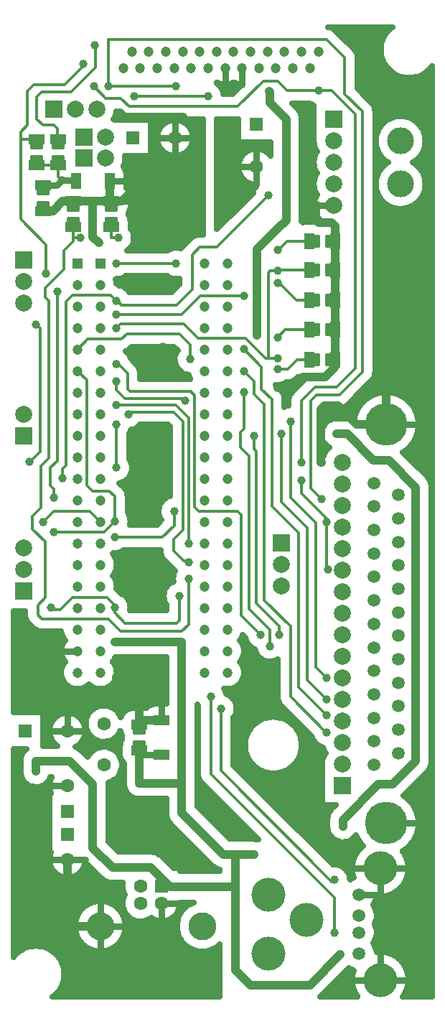
<source format=gbr>
G04 DipTrace 5.1.0.2*
G04 1 - Âåðõíèé.gbr*
%MOMM*%
G04 #@! TF.FileFunction,Copper,L1,Top*
G04 #@! TF.Part,Single*
%AMOUTLINE0*
4,1,28,
0.785,0.355,
0.785,-0.355,
0.77648,-0.4197,
0.75151,-0.48,
0.71178,-0.53178,
0.66,-0.57151,
0.5997,-0.59648,
0.535,-0.605,
-0.535,-0.605,
-0.5997,-0.59648,
-0.66,-0.57151,
-0.71178,-0.53178,
-0.75151,-0.48,
-0.77648,-0.4197,
-0.785,-0.355,
-0.785,0.355,
-0.77648,0.4197,
-0.75151,0.48,
-0.71178,0.53178,
-0.66,0.57151,
-0.5997,0.59648,
-0.535,0.605,
0.535,0.605,
0.5997,0.59648,
0.66,0.57151,
0.71178,0.53178,
0.75151,0.48,
0.77648,0.4197,
0.785,0.355,
0*%
%AMOUTLINE1*
4,1,28,
-0.785,-0.355,
-0.785,0.355,
-0.77648,0.4197,
-0.75151,0.48,
-0.71178,0.53178,
-0.66,0.57151,
-0.5997,0.59648,
-0.535,0.605,
0.535,0.605,
0.5997,0.59648,
0.66,0.57151,
0.71178,0.53178,
0.75151,0.48,
0.77648,0.4197,
0.785,0.355,
0.785,-0.355,
0.77648,-0.4197,
0.75151,-0.48,
0.71178,-0.53178,
0.66,-0.57151,
0.5997,-0.59648,
0.535,-0.605,
-0.535,-0.605,
-0.5997,-0.59648,
-0.66,-0.57151,
-0.71178,-0.53178,
-0.75151,-0.48,
-0.77648,-0.4197,
-0.785,-0.355,
0*%
%AMOUTLINE2*
4,1,28,
0.96,0.38,
0.96,-0.38,
0.95148,-0.4447,
0.92651,-0.505,
0.88678,-0.55678,
0.835,-0.59651,
0.7747,-0.62148,
0.71,-0.63,
-0.71,-0.63,
-0.7747,-0.62148,
-0.835,-0.59651,
-0.88678,-0.55678,
-0.92651,-0.505,
-0.95148,-0.4447,
-0.96,-0.38,
-0.96,0.38,
-0.95148,0.4447,
-0.92651,0.505,
-0.88678,0.55678,
-0.835,0.59651,
-0.7747,0.62148,
-0.71,0.63,
0.71,0.63,
0.7747,0.62148,
0.835,0.59651,
0.88678,0.55678,
0.92651,0.505,
0.95148,0.4447,
0.96,0.38,
0*%
%AMOUTLINE3*
4,1,28,
-0.96,-0.38,
-0.96,0.38,
-0.95148,0.4447,
-0.92651,0.505,
-0.88678,0.55678,
-0.835,0.59651,
-0.7747,0.62148,
-0.71,0.63,
0.71,0.63,
0.7747,0.62148,
0.835,0.59651,
0.88678,0.55678,
0.92651,0.505,
0.95148,0.4447,
0.96,0.38,
0.96,-0.38,
0.95148,-0.4447,
0.92651,-0.505,
0.88678,-0.55678,
0.835,-0.59651,
0.7747,-0.62148,
0.71,-0.63,
-0.71,-0.63,
-0.7747,-0.62148,
-0.835,-0.59651,
-0.88678,-0.55678,
-0.92651,-0.505,
-0.95148,-0.4447,
-0.96,-0.38,
0*%
%AMOUTLINE4*
4,1,28,
-0.38,0.96,
0.38,0.96,
0.4447,0.95148,
0.505,0.92651,
0.55678,0.88678,
0.59651,0.835,
0.62148,0.7747,
0.63,0.71,
0.63,-0.71,
0.62148,-0.7747,
0.59651,-0.835,
0.55678,-0.88678,
0.505,-0.92651,
0.4447,-0.95148,
0.38,-0.96,
-0.38,-0.96,
-0.4447,-0.95148,
-0.505,-0.92651,
-0.55678,-0.88678,
-0.59651,-0.835,
-0.62148,-0.7747,
-0.63,-0.71,
-0.63,0.71,
-0.62148,0.7747,
-0.59651,0.835,
-0.55678,0.88678,
-0.505,0.92651,
-0.4447,0.95148,
-0.38,0.96,
0*%
%AMOUTLINE5*
4,1,28,
0.38,-0.96,
-0.38,-0.96,
-0.4447,-0.95148,
-0.505,-0.92651,
-0.55678,-0.88678,
-0.59651,-0.835,
-0.62148,-0.7747,
-0.63,-0.71,
-0.63,0.71,
-0.62148,0.7747,
-0.59651,0.835,
-0.55678,0.88678,
-0.505,0.92651,
-0.4447,0.95148,
-0.38,0.96,
0.38,0.96,
0.4447,0.95148,
0.505,0.92651,
0.55678,0.88678,
0.59651,0.835,
0.62148,0.7747,
0.63,0.71,
0.63,-0.71,
0.62148,-0.7747,
0.59651,-0.835,
0.55678,-0.88678,
0.505,-0.92651,
0.4447,-0.95148,
0.38,-0.96,
0*%
%AMOUTLINE8*
4,1,28,
0.355,-0.785,
-0.355,-0.785,
-0.4197,-0.77648,
-0.48,-0.75151,
-0.53178,-0.71178,
-0.57151,-0.66,
-0.59648,-0.5997,
-0.605,-0.535,
-0.605,0.535,
-0.59648,0.5997,
-0.57151,0.66,
-0.53178,0.71178,
-0.48,0.75151,
-0.4197,0.77648,
-0.355,0.785,
0.355,0.785,
0.4197,0.77648,
0.48,0.75151,
0.53178,0.71178,
0.57151,0.66,
0.59648,0.5997,
0.605,0.535,
0.605,-0.535,
0.59648,-0.5997,
0.57151,-0.66,
0.53178,-0.71178,
0.48,-0.75151,
0.4197,-0.77648,
0.355,-0.785,
0*%
%AMOUTLINE9*
4,1,28,
-0.355,0.785,
0.355,0.785,
0.4197,0.77648,
0.48,0.75151,
0.53178,0.71178,
0.57151,0.66,
0.59648,0.5997,
0.605,0.535,
0.605,-0.535,
0.59648,-0.5997,
0.57151,-0.66,
0.53178,-0.71178,
0.48,-0.75151,
0.4197,-0.77648,
0.355,-0.785,
-0.355,-0.785,
-0.4197,-0.77648,
-0.48,-0.75151,
-0.53178,-0.71178,
-0.57151,-0.66,
-0.59648,-0.5997,
-0.605,-0.535,
-0.605,0.535,
-0.59648,0.5997,
-0.57151,0.66,
-0.53178,0.71178,
-0.48,0.75151,
-0.4197,0.77648,
-0.355,0.785,
0*%
G04 #@! TA.AperFunction,ViaPad*
%ADD15C,1.0*%
G04 #@! TA.AperFunction,Conductor*
%ADD16C,0.33*%
G04 #@! TA.AperFunction,CopperBalancing*
%ADD18C,0.8*%
%ADD20C,0.635*%
G04 #@! TA.AperFunction,ComponentPad*
%ADD21R,2.0X2.0*%
%ADD22C,2.0*%
%ADD24R,1.6X1.6*%
%ADD25C,1.6*%
%ADD27C,1.5*%
%ADD28C,5.0*%
%ADD29C,3.175*%
%ADD30C,4.0*%
%ADD31C,1.2*%
%ADD37R,1.2X1.2*%
%ADD38C,3.3*%
%ADD39C,1.5*%
%ADD48OUTLINE0*%
%ADD49OUTLINE1*%
%ADD50OUTLINE2*%
%ADD51OUTLINE3*%
%ADD52OUTLINE4*%
%ADD53OUTLINE5*%
%ADD56OUTLINE8*%
%ADD57OUTLINE9*%
%FSLAX35Y35*%
G04*
G71*
G90*
G75*
G01*
G04 Top*
%LPD*%
X3770000Y7540000D2*
D15*
X3820000D1*
Y7453137D1*
X3706863Y7340000D1*
X3450000D1*
X3320000Y7210000D1*
X3150000D1*
X1250000Y3800000D2*
X1800000D1*
X3700000Y7000000D2*
X3660000Y6960000D1*
Y6330000D1*
X3670000D1*
X3832500Y8940000D2*
Y8600003D1*
Y8250000D1*
Y7900000D1*
Y7540000D1*
X3600000Y9370000D2*
Y9190000D1*
X3630000Y9160000D1*
X3790000D1*
X3830000Y9120000D1*
Y8942500D1*
X3832500Y8940000D1*
X1520000Y3180000D2*
Y3290000D1*
X1780000D1*
X1520000Y3242500D2*
Y3550000D1*
X1270000Y3800000D1*
X1250000D1*
X1190000Y9412500D2*
X1312500D1*
X1690000Y9790000D1*
Y10410000D1*
X2030000D1*
X740000Y9412500D2*
X970000D1*
X1190000D1*
X1040000Y8920000D2*
X970000Y8990000D1*
Y9412500D1*
X380000Y9297500D2*
X497500D1*
X612500Y9412500D1*
X740000D1*
X1170000Y9650000D2*
Y9412500D1*
X1190000D1*
X4430000Y6780000D2*
X4080000D1*
X3860000Y7000000D1*
X3700000D1*
X4430000Y6780000D2*
Y7310000D1*
X4910000Y7790000D1*
Y10490000D1*
X4830000Y10570000D1*
X4610000D1*
X4380000D1*
X670000Y1650000D2*
Y865013D1*
X1057127D1*
X1690000Y10410000D2*
X1340000D1*
X1290000Y10460000D1*
X510000Y5920000D2*
D16*
Y6020000D1*
X470000Y6060000D1*
Y6270000D1*
X550000Y6350000D1*
Y8350000D1*
X2330000Y10650000D2*
X1460000D1*
X1230000Y4220000D2*
D15*
X1536257D1*
X2020000D1*
Y3780000D1*
X1536257Y4220000D2*
X1530000D1*
X1520000Y3000000D2*
D18*
Y2937500D1*
X1780000Y2890000D2*
X1567500D1*
X1520000Y2937500D1*
Y3000000D2*
D15*
Y2550000D1*
D18*
D3*
X300000Y2690000D2*
D15*
Y2810000D1*
X700000D1*
X970000Y2540000D1*
Y1790000D1*
X1200000Y1560000D1*
X1650000D1*
X1880000Y1330000D1*
X2410000D1*
X770000Y9650000D2*
D18*
Y9660000D1*
X600000D1*
X380000Y9602500D2*
X542500D1*
X600000Y9660000D1*
X310000Y9837500D2*
D16*
X560007D1*
Y9699993D1*
X600000Y9660000D1*
X2870000Y1710000D2*
D15*
X2650000D1*
Y1330000D1*
X2410000D1*
X2650000D2*
Y350000D1*
X2830000Y170000D1*
X3530000D1*
X3890000Y530000D1*
X1520000Y2550000D2*
X2020000D1*
Y3780000D1*
Y2550000D2*
Y2200000D1*
X2510000Y1710000D1*
X2650000D1*
X2480000Y3430000D2*
D16*
Y2700000D1*
X3790000Y1390000D1*
X3820000D1*
Y1410000D1*
X559997Y10080000D2*
X550000D1*
Y10270000D1*
X509783Y10310217D1*
X379783D1*
X310000Y10380000D1*
Y10643330D1*
X366670Y10700000D1*
X710000D1*
X1000000Y10990000D1*
Y11210000D1*
X990000Y11220000D1*
Y11250000D1*
X788497Y7666803D2*
X911693Y7790000D1*
X1310000D1*
X1370000Y7850000D1*
X1990000D1*
X2120000Y7720000D1*
Y7550000D1*
X2360000Y3570000D2*
Y2660000D1*
X3820000Y1200000D1*
Y790000D1*
X2750000Y7670000D2*
X2960000Y7460000D1*
Y7200000D1*
X3080000Y7080000D1*
Y5820000D1*
X3400000Y5500000D1*
Y3680000D1*
X3730000Y3350000D1*
X3250000Y10380000D2*
D15*
Y9190000D1*
X3150000Y9090000D1*
X2910000Y8120000D2*
Y8850000D1*
X3150000Y9090000D1*
X3250000Y10380000D2*
X3055000Y10575000D1*
Y10705000D1*
X3050000Y10710000D1*
X2910000Y8120000D2*
Y7830000D1*
X3920000Y2040000D2*
Y2120000D1*
X4340000Y2540000D1*
X4510000D1*
X4780000Y2810000D1*
Y6040000D1*
X4460000Y6360000D1*
X4280000D1*
X3970000Y6670000D1*
X3850000D1*
X1230000Y4620000D2*
D16*
Y4560000D1*
X1350000Y4440000D1*
X1960000D1*
X1990000Y4470000D1*
Y4760000D1*
X1230000Y4620000D2*
Y4650000D1*
X1140000Y4740000D1*
X730000D1*
X590000Y4600000D1*
X500000D1*
X480000Y4620000D1*
X3527500Y8940000D2*
X3260000D1*
X3160000Y8840000D1*
X3150000D1*
X3730000Y3790000D2*
X3600000Y3920000D1*
Y5620000D1*
X3300000Y5920000D1*
Y6820000D1*
X2750000Y7160000D2*
Y6730000D1*
X2710000Y6690000D1*
Y6510000D1*
X2810000Y6410000D1*
Y4610000D1*
X3060000Y4360000D1*
Y4170000D1*
X2870000Y6650000D2*
Y6490000D1*
X2900000Y6460000D1*
Y4670000D1*
X3170000Y4400000D1*
Y4300000D1*
X1250000Y7490000D2*
X1270000D1*
X1380000Y7380000D1*
Y7200000D1*
X1410000Y7170000D1*
X2123330D1*
X2170000Y7123330D1*
Y5806670D1*
X2216670Y5760000D1*
X2673330D1*
X2720000Y5713330D1*
Y4530000D1*
X2950000Y4300000D1*
X3527500Y8599997D2*
X3150000D1*
Y8590000D1*
Y7560000D2*
X3040000D1*
Y8570000D1*
X3060000Y8590000D1*
X3150000D1*
X1250000Y7920000D2*
X1300000Y7970000D1*
X2040000D1*
X2210000Y7800000D1*
X2770000D1*
X3010000Y7560000D1*
X3150000D1*
X1250000Y7010000D2*
X1951320D1*
X2100000Y6861320D1*
Y5380000D1*
X3730000Y5630000D2*
Y5670000D1*
X3430000Y5970000D1*
Y6120000D1*
X3730000Y5630000D2*
Y5070000D1*
X3740000D1*
X380000Y5630000D2*
X510000Y5760000D1*
X933303D1*
X1058497Y5634807D1*
X1250000Y8680000D2*
X1950000D1*
X3190000Y6670000D2*
Y5870000D1*
X3500000Y5560000D1*
Y3770000D1*
X3730000Y3540000D1*
X3630000Y10720000D2*
X3790000D1*
X4070000Y10440000D1*
Y7440000D1*
X3850000Y7220000D1*
X3590000D1*
X3430000Y7060000D1*
Y6330000D1*
X3630000Y10720000D2*
X3260000D1*
X3150000Y10830000D1*
X2980000D1*
X2680000Y10530000D1*
X1400000D1*
X1300000Y10630000D1*
X1120000D1*
X980000Y10770000D1*
X3590000Y7900000D2*
X3240000D1*
X3150000Y7810000D1*
X1230000Y5450000D2*
X1790000D1*
X1930000Y5590000D1*
Y5760000D1*
X1230000Y5640000D2*
X1100000Y5510000D1*
X510000D1*
X1250000Y7290000D2*
Y7190000D1*
X1350000Y7090000D1*
X2060000D1*
Y7060000D1*
X1230000Y5640000D2*
Y5932310D1*
X1164000Y5998310D1*
X964000D1*
X898000Y6064310D1*
Y7303300D1*
X788497Y7412803D1*
X860000Y11030000D2*
Y11010000D1*
X640000Y10790000D1*
X276670D1*
X200000Y10713330D1*
Y10310000D1*
X120000Y10230000D1*
Y10142500D1*
Y9200000D1*
X420000Y8900000D1*
Y8560000D1*
X310000Y10142500D2*
X120000D1*
X3590000Y7540000D2*
X3380000D1*
X3270000Y7430000D1*
X3150000D1*
X1250000Y8080000D2*
X2020000D1*
X2240000Y8300000D1*
X2750000D1*
X300000Y7960000D2*
X303330D1*
X350000Y7913330D1*
Y6460000D1*
X230000Y6340000D1*
X220000D1*
X3590000Y8250000D2*
X3370000D1*
X3170000Y8450000D1*
X3150000D1*
X1250000Y8240000D2*
X1260000D1*
X1310000Y8190000D1*
X1960000D1*
X2140000Y8370000D1*
Y8780000D1*
X2230000Y8870000D1*
X2430000D1*
X3040000Y9480000D1*
X610000Y6150000D2*
Y6256670D1*
X650000Y6296670D1*
Y8230000D1*
X730000Y8310000D1*
X1180000D1*
X1250000Y8240000D1*
X2750000Y7410000D2*
X2870000Y7290000D1*
Y7140000D1*
X2990000Y7020000D1*
Y4710000D1*
X3300000Y4400000D1*
Y3570000D1*
X3720000Y3150000D1*
X3730000D1*
X740000Y9170000D2*
Y8980000D1*
X820000D1*
X740000Y9107500D2*
Y8940000D1*
X630000Y8830000D1*
Y8610000D1*
X410000Y8390000D1*
Y8280000D1*
X450000Y8240000D1*
Y6380000D1*
X360000Y6290000D1*
Y5800000D1*
X260000Y5700000D1*
Y5550000D1*
X410000Y5400000D1*
Y4740000D1*
X320000Y4650000D1*
Y4540000D1*
X370000Y4490000D1*
X1150000D1*
X1300000Y4340000D1*
X2020000D1*
X2100000Y4420000D1*
Y4960000D1*
X1190000Y9170000D2*
Y8980000D1*
X1270000D1*
X1390000Y6900000D2*
Y6930000D1*
X1920000D1*
X2030000Y6820000D1*
Y5540000D1*
X1920000Y5430000D1*
Y5290000D1*
X2040000Y5170000D1*
X2090000D1*
X2100000Y5160000D1*
X1250000Y6780000D2*
Y6270000D1*
X1150000Y10770000D2*
X1950000D1*
X1150000D2*
Y11320000D1*
X3726670D1*
X3940000Y11106670D1*
Y10680000D1*
X4150000Y10470000D1*
Y7400000D1*
X3880000Y7130000D1*
X3610000D1*
X3540000Y7060000D1*
Y6030000D1*
X3670000Y5900000D1*
D15*
X610000Y6150000D3*
X3150000Y8840000D3*
Y8590000D3*
Y8450000D3*
Y7810000D3*
Y7430000D3*
X2910000Y8120000D3*
X3150000Y9090000D3*
X3250000Y10380000D3*
X820000Y8980000D3*
X3740000Y5070000D3*
X3430000Y6120000D3*
X3150000Y7560000D3*
Y7210000D3*
X1040000Y8920000D3*
X1270000Y8980000D3*
X1250000Y6780000D3*
Y6270000D3*
X2870000Y6650000D3*
X3170000Y4300000D3*
X1230000Y5450000D3*
X1950000Y10770000D3*
X3050000Y10710000D3*
X1250000Y8240000D3*
X3040000Y9480000D3*
X1250000Y8680000D3*
X1520000Y2550000D3*
X2410000Y1330000D3*
X1230000Y4220000D3*
X510000Y5920000D3*
X1250000Y7920000D3*
Y8080000D3*
X1230000Y5640000D3*
X510000Y5510000D3*
X1230000Y4620000D3*
X480000D3*
X1250000Y7290000D3*
X2060000Y7060000D3*
X600000Y9660000D3*
X300000Y2690000D3*
X1530000Y4220000D3*
X3730000Y3540000D3*
Y3350000D3*
Y3150000D3*
Y3790000D3*
X3670000Y5900000D3*
X3430000Y6330000D3*
X3700000Y7000000D3*
X2100000Y5160000D3*
Y4960000D3*
X380000Y5630000D3*
X3670000Y6330000D3*
X2750000Y7410000D3*
Y7670000D3*
X3600000Y9370000D3*
X3850000Y6670000D3*
X3920000Y2040000D3*
X980000Y10770000D3*
X1290000Y10460000D3*
X2030000Y10410000D3*
X1800000Y6110000D3*
Y4780000D3*
Y7700000D3*
Y8460000D3*
Y8940000D3*
Y9600000D3*
Y6720000D3*
X3820000Y1410000D3*
Y790000D3*
X2480000Y3430000D3*
X2360000Y3570000D3*
X2870000Y1710000D3*
X3890000Y530000D3*
X4380000Y10570000D3*
X4610000D3*
X4830000D3*
X860000Y11030000D3*
X990000Y11250000D3*
X2510000Y2160000D3*
X220000Y6340000D3*
X550000Y8350000D3*
X2120000Y7550000D3*
X300000Y7960000D3*
X420000Y8560000D3*
X1800000Y3800000D3*
X1250000D3*
X2020000Y3780000D3*
X1460000Y10650000D3*
X2330000D3*
X2910000Y7830000D3*
X3300000Y6820000D3*
X3060000Y4170000D3*
X2750000Y7160000D3*
X2950000Y4300000D3*
X1250000Y7490000D3*
X2100000Y5380000D3*
X1250000Y7010000D3*
X3730000Y5630000D3*
X1930000Y5760000D3*
X1950000Y8680000D3*
X3190000Y6670000D3*
X3630000Y10720000D3*
X2750000Y8300000D3*
X1390000Y6900000D3*
X1990000Y4760000D3*
X1150000Y10770000D3*
X3859413Y11405083D2*
D20*
X4431593D1*
X3922577Y11341917D2*
X4392677D1*
X3985740Y11278750D2*
X4370343D1*
X4048903Y11215583D2*
X4361277D1*
X4088690Y11152417D2*
X4364330D1*
X4095890Y11089250D2*
X4379870D1*
X4095890Y11026083D2*
X4409947D1*
X4095890Y10962917D2*
X4460170D1*
X4095890Y10899750D2*
X4550220D1*
X4849803D2*
X4961880D1*
X4095890Y10836583D2*
X4961880D1*
X2471490Y10773417D2*
X2705610D1*
X4095890D2*
X4961880D1*
X2509177Y10710250D2*
X2642447D1*
X4127563D2*
X4961880D1*
X4190727Y10647083D2*
X4961880D1*
X4253890Y10583917D2*
X4961880D1*
X3374423Y10520750D2*
X3570630D1*
X4297003D2*
X4961880D1*
X3422093Y10457583D2*
X3570630D1*
X4305890D2*
X4961880D1*
X1228077Y10394417D2*
X1330630D1*
X3438820D2*
X3570630D1*
X4305890D2*
X4484093D1*
X4715953D2*
X4961880D1*
X1659380Y10331250D2*
X1806960D1*
X2073043D2*
X2261913D1*
X2438083D2*
X2680637D1*
X3439367D2*
X3570630D1*
X4305890D2*
X4388300D1*
X4811750D2*
X4961880D1*
X1659380Y10268083D2*
X1750083D1*
X2129920D2*
X2261913D1*
X2438083D2*
X2680637D1*
X3439367D2*
X3570630D1*
X4305890D2*
X4339947D1*
X4860103D2*
X4961880D1*
X1659380Y10204917D2*
X1725430D1*
X2154573D2*
X2261913D1*
X2438083D2*
X2680637D1*
X3439367D2*
X3570630D1*
X4886717D2*
X4961880D1*
X1659380Y10141750D2*
X1721420D1*
X2158587D2*
X2261913D1*
X2438083D2*
X2680637D1*
X3439367D2*
X3571313D1*
X4897610D2*
X4961880D1*
X1659380Y10078583D2*
X1736823D1*
X2143180D2*
X2261913D1*
X2438083D2*
X3060623D1*
X3439367D2*
X3575097D1*
X4894600D2*
X4961880D1*
X1659380Y10015417D2*
X1777200D1*
X2102803D2*
X2261913D1*
X2438083D2*
X2808880D1*
X2991157D2*
X3060623D1*
X3439367D2*
X3597473D1*
X4877193D2*
X4961880D1*
X1659380Y9952250D2*
X1886577D1*
X1993430D2*
X2261913D1*
X2438083D2*
X2726667D1*
X3439367D2*
X3585623D1*
X4305890D2*
X4357813D1*
X4842237D2*
X4961880D1*
X1354313Y9889083D2*
X2261913D1*
X2438083D2*
X2692123D1*
X3439367D2*
X3571407D1*
X4305890D2*
X4420610D1*
X4779393D2*
X4961880D1*
X1336540Y9825917D2*
X2261913D1*
X2438083D2*
X2680730D1*
X3439367D2*
X3574823D1*
X4305890D2*
X4391033D1*
X4809013D2*
X4961880D1*
X1366757Y9762750D2*
X2261913D1*
X2438083D2*
X2688477D1*
X3439367D2*
X3596790D1*
X4305890D2*
X4341497D1*
X4858553D2*
X4961880D1*
X1372360Y9699583D2*
X2261913D1*
X2438083D2*
X2717917D1*
X3439367D2*
X3586127D1*
X4885897D2*
X4961880D1*
X1372360Y9636417D2*
X2261913D1*
X2438083D2*
X2785593D1*
X3439367D2*
X3571543D1*
X4897427D2*
X4961880D1*
X1372270Y9573250D2*
X2261913D1*
X2438083D2*
X2876147D1*
X3439367D2*
X3574597D1*
X4895010D2*
X4961880D1*
X1413697Y9510083D2*
X2261913D1*
X2438083D2*
X2852267D1*
X3439367D2*
X3596107D1*
X4878240D2*
X4961880D1*
X1425363Y9446917D2*
X2261913D1*
X2438083D2*
X2789100D1*
X3439367D2*
X3586673D1*
X4305890D2*
X4355897D1*
X4844150D2*
X4961880D1*
X1425363Y9383750D2*
X2261913D1*
X2438083D2*
X2725937D1*
X3439367D2*
X3571633D1*
X4305890D2*
X4417057D1*
X4782993D2*
X4961880D1*
X1415883Y9320583D2*
X2261913D1*
X2438083D2*
X2662773D1*
X3439367D2*
X3574323D1*
X4305890D2*
X4961880D1*
X1399113Y9257417D2*
X2261913D1*
X2438083D2*
X2599610D1*
X3439367D2*
X3595423D1*
X4305890D2*
X4961880D1*
X1417660Y9194250D2*
X2261913D1*
X2438083D2*
X2536443D1*
X3439367D2*
X3641907D1*
X4305890D2*
X4961880D1*
X1425363Y9131083D2*
X2261913D1*
X2438083D2*
X2473280D1*
X4305890D2*
X4961880D1*
X1436893Y9067917D2*
X2261913D1*
X4305890D2*
X4961880D1*
X1457673Y9004750D2*
X2158873D1*
X4305890D2*
X4961880D1*
X1455303Y8941583D2*
X2083770D1*
X4305890D2*
X4961880D1*
X1428597Y8878417D2*
X2021107D1*
X4305890D2*
X4961880D1*
X4305890Y8815250D2*
X4961880D1*
X4305890Y8752083D2*
X4961880D1*
X4305890Y8688917D2*
X4961880D1*
X4305890Y8625750D2*
X4961880D1*
X4305890Y8562583D2*
X4961880D1*
X1286137Y8499417D2*
X1913873D1*
X4305890D2*
X4961880D1*
X1266450Y8436250D2*
X1984147D1*
X4305890D2*
X4961880D1*
X1381977Y8373083D2*
X1925267D1*
X4305890D2*
X4961880D1*
X4305890Y8309917D2*
X4961880D1*
X4305890Y8246750D2*
X4961880D1*
X4305890Y8183583D2*
X4961880D1*
X4305890Y8120417D2*
X4961880D1*
X4305890Y8057250D2*
X4961880D1*
X4305890Y7994083D2*
X4961880D1*
X4305890Y7930917D2*
X4961880D1*
X4305890Y7867750D2*
X4961880D1*
X4305890Y7804583D2*
X4961880D1*
X4305890Y7741417D2*
X4961880D1*
X1415700Y7678250D2*
X1943950D1*
X4305890D2*
X4961880D1*
X1389953Y7615083D2*
X1941720D1*
X4305890D2*
X4961880D1*
X1428597Y7551917D2*
X1929823D1*
X4305890D2*
X4961880D1*
X1489073Y7488750D2*
X1940350D1*
X4305890D2*
X4961880D1*
X1528767Y7425583D2*
X1978313D1*
X4305890D2*
X4961880D1*
X1535877Y7362417D2*
X2095800D1*
X4301060D2*
X4961880D1*
X3348860Y7299250D2*
X3451457D1*
X4266833D2*
X4961880D1*
X3141730Y7236083D2*
X3388293D1*
X4203897D2*
X4961880D1*
X3203480Y7172917D2*
X3325130D1*
X4140733D2*
X4961880D1*
X3232877Y7109750D2*
X3282657D1*
X4077570D2*
X4228797D1*
X4631190D2*
X4961880D1*
X3235883Y7046583D2*
X3274133D1*
X4014407D2*
X4148633D1*
X4711353D2*
X4961880D1*
X3915830Y6983417D2*
X4099093D1*
X4760890D2*
X4961880D1*
X3695850Y6920250D2*
X4067240D1*
X4792790D2*
X4961880D1*
X3695850Y6857083D2*
X4048463D1*
X4811520D2*
X4961880D1*
X4819133Y6793917D2*
X4961880D1*
X1466013Y6730750D2*
X1874133D1*
X4816170D2*
X4961880D1*
X1405857Y6667583D2*
X1874133D1*
X4802497D2*
X4961880D1*
X1405857Y6604417D2*
X1874133D1*
X4776750D2*
X4961880D1*
X1405857Y6541250D2*
X1874133D1*
X4735870D2*
X4961880D1*
X1405857Y6478083D2*
X1874133D1*
X4672023D2*
X4961880D1*
X1405857Y6414917D2*
X1874133D1*
X4670247D2*
X4961880D1*
X1420077Y6351750D2*
X1874133D1*
X4733410D2*
X4961880D1*
X1438443Y6288583D2*
X1874133D1*
X4796620D2*
X4961880D1*
X1433840Y6225417D2*
X1874133D1*
X4859783D2*
X4961880D1*
X1404307Y6162250D2*
X1874133D1*
X4922537D2*
X4961880D1*
X1321820Y6099083D2*
X1874133D1*
X1344150Y6035917D2*
X1874133D1*
X1380290Y5972750D2*
X1874133D1*
X1385850Y5909583D2*
X1818217D1*
X1385850Y5846417D2*
X1762297D1*
X1385850Y5783250D2*
X1742110D1*
X1400937Y5720083D2*
X1745027D1*
X1418573Y5656917D2*
X1772413D1*
X1298670Y5277917D2*
X1764623D1*
X1236643Y5214750D2*
X1784447D1*
X1256287Y5151583D2*
X1840593D1*
X1254007Y5088417D2*
X1903803D1*
X1228990Y5025250D2*
X1922670D1*
X1235960Y4962083D2*
X1910637D1*
X1256103Y4898917D2*
X1864473D1*
X1262073Y4835750D2*
X1817030D1*
X1337407Y4772583D2*
X1801080D1*
X1396060Y4709417D2*
X1807780D1*
X1417477Y4646250D2*
X1834120D1*
X38123Y4519917D2*
X165470D1*
X38123Y4456750D2*
X189440D1*
X38123Y4393583D2*
X248593D1*
X38123Y4330417D2*
X592213D1*
X38123Y4267250D2*
X615593D1*
X2731390D2*
X2763580D1*
X38123Y4204083D2*
X613177D1*
X2733853D2*
X2787780D1*
X38123Y4140917D2*
X591483D1*
X2755500D2*
X2853177D1*
X38123Y4077750D2*
X591987D1*
X2754997D2*
X2895560D1*
X38123Y4014583D2*
X614817D1*
X1232180D2*
X1830610D1*
X2732167D2*
X2956993D1*
X38123Y3951417D2*
X613907D1*
X1233090D2*
X1830610D1*
X2733077D2*
X3144113D1*
X38123Y3888250D2*
X591713D1*
X1255283D2*
X1830610D1*
X2755270D2*
X3144113D1*
X38123Y3825083D2*
X591757D1*
X1255240D2*
X1830610D1*
X2755227D2*
X3144113D1*
X38123Y3761917D2*
X614043D1*
X1232953D2*
X1830610D1*
X2732940D2*
X3144113D1*
X38123Y3698750D2*
X671327D1*
X905650D2*
X941347D1*
X1175623D2*
X1830610D1*
X2675657D2*
X3144113D1*
X38123Y3635583D2*
X1830610D1*
X2537203D2*
X3144113D1*
X38123Y3572417D2*
X1830610D1*
X2601280D2*
X3144113D1*
X38123Y3509250D2*
X1830610D1*
X2651320D2*
X3157010D1*
X38123Y3446083D2*
X1001550D1*
X1198453D2*
X1597643D1*
X2668683D2*
X3206093D1*
X389353Y3382917D2*
X657017D1*
X682993D2*
X924077D1*
X1275930D2*
X1322290D1*
X2663213D2*
X3269257D1*
X389353Y3319750D2*
X512140D1*
X827857D2*
X891033D1*
X2635870D2*
X3001563D1*
X3198467D2*
X3332467D1*
X389353Y3256583D2*
X469030D1*
X2635870D2*
X2881797D1*
X3318233D2*
X3395630D1*
X389353Y3193417D2*
X451940D1*
X2635870D2*
X2822870D1*
X3377113D2*
X3458797D1*
X389353Y3130250D2*
X454357D1*
X885643D2*
X920247D1*
X2635870D2*
X2787460D1*
X3412570D2*
X3521960D1*
X389353Y3067083D2*
X477140D1*
X862857D2*
X991477D1*
X1208527D2*
X1305337D1*
X2635870D2*
X2767727D1*
X3432257D2*
X3560470D1*
X389353Y3003917D2*
X530233D1*
X809763D2*
X1287200D1*
X2635870D2*
X2760937D1*
X3439093D2*
X3613380D1*
X38123Y2940750D2*
X165607D1*
X834420D2*
X971837D1*
X1228170D2*
X1284647D1*
X2635870D2*
X2766223D1*
X3433760D2*
X3689667D1*
X38123Y2877583D2*
X123587D1*
X2635870D2*
X2784223D1*
X3415760D2*
X3692493D1*
X38123Y2814417D2*
X110690D1*
X2635870D2*
X2817447D1*
X3382537D2*
X3673353D1*
X38123Y2751250D2*
X110643D1*
X2646533D2*
X2872637D1*
X3327347D2*
X3670617D1*
X38123Y2688083D2*
X110643D1*
X2709697D2*
X2977773D1*
X3222257D2*
X3670617D1*
X4922857D2*
X4961880D1*
X38123Y2624917D2*
X122583D1*
X1265947D2*
X1330630D1*
X2772907D2*
X3670617D1*
X4860103D2*
X4961880D1*
X38123Y2561750D2*
X163100D1*
X1166827D2*
X1330630D1*
X2836073D2*
X3670617D1*
X4796937D2*
X4961880D1*
X38123Y2498583D2*
X451713D1*
X1159353D2*
X1338013D1*
X2209353D2*
X2303613D1*
X2899237D2*
X3670617D1*
X4733773D2*
X4961880D1*
X38123Y2435417D2*
X468117D1*
X1159353D2*
X1370917D1*
X2209353D2*
X2366777D1*
X2962400D2*
X3670617D1*
X4670610D2*
X4961880D1*
X38123Y2372250D2*
X450617D1*
X1159353D2*
X1470040D1*
X2209353D2*
X2429940D1*
X3025563D2*
X3670617D1*
X4683917D2*
X4961880D1*
X38123Y2309083D2*
X450617D1*
X1159353D2*
X1830610D1*
X2209353D2*
X2493107D1*
X3088727D2*
X3670617D1*
X4743300D2*
X4961880D1*
X38123Y2245917D2*
X450617D1*
X1159353D2*
X1830610D1*
X2239250D2*
X2556270D1*
X3151893D2*
X3780813D1*
X4781580D2*
X4961880D1*
X38123Y2182750D2*
X450617D1*
X1159353D2*
X1831433D1*
X2302413D2*
X2619433D1*
X3215057D2*
X3741713D1*
X4805323D2*
X4961880D1*
X38123Y2119583D2*
X450617D1*
X1159353D2*
X1849250D1*
X2365577D2*
X2682597D1*
X3278220D2*
X3730637D1*
X4817310D2*
X4961880D1*
X38123Y2056417D2*
X450617D1*
X1159353D2*
X1898423D1*
X2428740D2*
X2745760D1*
X3341383D2*
X3730637D1*
X4818630D2*
X4961880D1*
X38123Y1993250D2*
X450617D1*
X1159353D2*
X1961587D1*
X2491950D2*
X2808927D1*
X3404550D2*
X3736700D1*
X4809423D2*
X4961880D1*
X38123Y1930083D2*
X450617D1*
X1159353D2*
X2024753D1*
X2555113D2*
X2872137D1*
X3467713D2*
X3767323D1*
X4788827D2*
X4961880D1*
X38123Y1866917D2*
X450617D1*
X1159353D2*
X2087917D1*
X3530877D2*
X3854187D1*
X3985830D2*
X4105383D1*
X4754647D2*
X4961880D1*
X38123Y1803750D2*
X450617D1*
X1221423D2*
X2151080D1*
X3594040D2*
X4141570D1*
X4701643D2*
X4961880D1*
X38123Y1740583D2*
X450617D1*
X1686130D2*
X2214243D1*
X3657203D2*
X4082690D1*
X4637340D2*
X4961880D1*
X38123Y1677417D2*
X452397D1*
X1797783D2*
X2277410D1*
X3720370D2*
X4047233D1*
X4672753D2*
X4961880D1*
X38123Y1614250D2*
X453670D1*
X1860947D2*
X2340573D1*
X3783533D2*
X4027500D1*
X4692530D2*
X4961880D1*
X38123Y1551083D2*
X475000D1*
X864997D2*
X943717D1*
X1924113D2*
X2412850D1*
X3942947D2*
X4020663D1*
X4699367D2*
X4961880D1*
X38123Y1487917D2*
X525403D1*
X814593D2*
X1006880D1*
X3991937D2*
X4025903D1*
X4694080D2*
X4961880D1*
X38123Y1424750D2*
X1070363D1*
X4676123D2*
X4961880D1*
X38123Y1361583D2*
X1316277D1*
X4642993D2*
X4961880D1*
X38123Y1298417D2*
X1318100D1*
X4587940D2*
X4961880D1*
X38123Y1235250D2*
X1339290D1*
X4483443D2*
X4961880D1*
X38123Y1172083D2*
X1317827D1*
X4312953D2*
X4961880D1*
X38123Y1108917D2*
X879503D1*
X1234730D2*
X1316503D1*
X2001770D2*
X2083540D1*
X4287023D2*
X4961880D1*
X38123Y1045750D2*
X813833D1*
X1300447D2*
X1334823D1*
X1983447D2*
X2017827D1*
X4316780D2*
X4961880D1*
X38123Y982583D2*
X776920D1*
X1337317D2*
X1379987D1*
X1938240D2*
X1980910D1*
X4324257D2*
X4961880D1*
X38123Y919417D2*
X757780D1*
X1356503D2*
X1961770D1*
X4312043D2*
X4961880D1*
X38123Y856250D2*
X752903D1*
X1361377D2*
X1956893D1*
X4313547D2*
X4961880D1*
X38123Y793083D2*
X761563D1*
X1352673D2*
X1965553D1*
X4324347D2*
X4961880D1*
X38123Y729917D2*
X785123D1*
X1329113D2*
X1989113D1*
X4315507D2*
X4961880D1*
X38123Y666750D2*
X828280D1*
X1286000D2*
X2032273D1*
X4283923D2*
X4961880D1*
X38123Y603583D2*
X157403D1*
X442583D2*
X907713D1*
X1206567D2*
X2111707D1*
X2410557D2*
X2460610D1*
X4314413D2*
X4961880D1*
X536417Y540417D2*
X2460610D1*
X4494380D2*
X4961880D1*
X587960Y477250D2*
X2460610D1*
X4592727D2*
X4961880D1*
X618950Y414083D2*
X2460610D1*
X4645817D2*
X4961880D1*
X635173Y350917D2*
X2460610D1*
X3976080D2*
X4016927D1*
X4677810D2*
X4961880D1*
X638863Y287750D2*
X2461887D1*
X3912913D2*
X4025177D1*
X4694853D2*
X4961880D1*
X630433Y224583D2*
X2461887D1*
X3849750D2*
X4020753D1*
X4699277D2*
X4961880D1*
X608877Y161417D2*
X2461887D1*
X3786587D2*
X4028410D1*
X4691573D2*
X4961880D1*
X570960Y98250D2*
X2461887D1*
X3723423D2*
X4049100D1*
X4670883D2*
X4961880D1*
X507707Y35083D2*
X2461887D1*
X3660030D2*
X4085833D1*
X4634197D2*
X4961880D1*
X3066970Y10106980D2*
X2686980D1*
Y10380623D1*
X2680000Y10380480D1*
X2431763D1*
X2431750Y9726707D1*
Y9083197D1*
X2859647Y9511100D1*
X2860330Y9514853D1*
X2866260Y9537543D1*
X2875047Y9559287D1*
X2886540Y9579730D1*
X2900553Y9598537D1*
X2908910Y9607180D1*
X2900003Y9606980D1*
X2892223Y9607123D1*
X2884453Y9607547D1*
X2876707Y9608257D1*
X2868987Y9609250D1*
X2861310Y9610523D1*
X2853687Y9612077D1*
X2846123Y9613907D1*
X2838633Y9616010D1*
X2831223Y9618387D1*
X2823907Y9621033D1*
X2816690Y9623947D1*
X2809587Y9627120D1*
X2802603Y9630550D1*
X2795747Y9634233D1*
X2789033Y9638167D1*
X2782467Y9642340D1*
X2776057Y9646750D1*
X2769810Y9651393D1*
X2763740Y9656260D1*
X2757850Y9661347D1*
X2752150Y9666643D1*
X2746650Y9672147D1*
X2741350Y9677843D1*
X2736267Y9683733D1*
X2731397Y9689803D1*
X2726757Y9696050D1*
X2722343Y9702460D1*
X2718170Y9709027D1*
X2714237Y9715740D1*
X2710553Y9722593D1*
X2707123Y9729580D1*
X2703950Y9736683D1*
X2701037Y9743900D1*
X2698390Y9751217D1*
X2696013Y9758627D1*
X2693907Y9766117D1*
X2692077Y9773680D1*
X2690523Y9781303D1*
X2689250Y9788980D1*
X2688260Y9796697D1*
X2687550Y9804447D1*
X2687123Y9812217D1*
X2686980Y9819997D1*
X2687123Y9827777D1*
X2687547Y9835547D1*
X2688257Y9843293D1*
X2689250Y9851013D1*
X2690523Y9858690D1*
X2692077Y9866313D1*
X2693907Y9873877D1*
X2696010Y9881367D1*
X2698387Y9888777D1*
X2701033Y9896093D1*
X2703947Y9903310D1*
X2707120Y9910413D1*
X2710550Y9917397D1*
X2714233Y9924253D1*
X2718167Y9930967D1*
X2722340Y9937533D1*
X2726750Y9943943D1*
X2731393Y9950190D1*
X2736260Y9956260D1*
X2741347Y9962150D1*
X2746643Y9967850D1*
X2752147Y9973350D1*
X2757843Y9978650D1*
X2763733Y9983733D1*
X2769803Y9988603D1*
X2776050Y9993243D1*
X2782460Y9997657D1*
X2789027Y10001830D1*
X2795740Y10005763D1*
X2802593Y10009447D1*
X2809580Y10012877D1*
X2816683Y10016050D1*
X2823900Y10018963D1*
X2831217Y10021610D1*
X2838627Y10023987D1*
X2846117Y10026093D1*
X2853680Y10027923D1*
X2861303Y10029477D1*
X2868980Y10030750D1*
X2876697Y10031740D1*
X2884447Y10032450D1*
X2892217Y10032877D1*
X2899997Y10033020D1*
X2907777Y10032877D1*
X2915547Y10032453D1*
X2923293Y10031743D1*
X2931013Y10030750D1*
X2938690Y10029477D1*
X2946313Y10027923D1*
X2953877Y10026093D1*
X2961367Y10023990D1*
X2968777Y10021613D1*
X2976093Y10018967D1*
X2983310Y10016053D1*
X2990413Y10012880D1*
X2997397Y10009450D1*
X3004253Y10005767D1*
X3010967Y10001833D1*
X3017533Y9997660D1*
X3023943Y9993250D1*
X3030190Y9988607D1*
X3036260Y9983740D1*
X3042150Y9978653D1*
X3047850Y9973357D1*
X3053350Y9967853D1*
X3058650Y9962157D1*
X3063733Y9956267D1*
X3066980Y9952217D1*
Y10107003D1*
X116980Y2809930D2*
Y2690000D1*
X117593Y2675040D1*
X120973Y2651970D1*
X127263Y2629517D1*
X136353Y2608043D1*
X148103Y2587903D1*
X162317Y2569420D1*
X178767Y2552893D1*
X197183Y2538590D1*
X217267Y2526747D1*
X238697Y2517553D1*
X261120Y2511157D1*
X284173Y2507667D1*
X307487Y2507133D1*
X330677Y2509570D1*
X353367Y2514933D1*
X375193Y2523140D1*
X395800Y2534053D1*
X414850Y2547500D1*
X432033Y2563260D1*
X447077Y2581077D1*
X459733Y2600660D1*
X469797Y2621693D1*
X471823Y2626980D1*
X485823Y2626973D1*
X484230Y2624253D1*
X480547Y2617397D1*
X477113Y2610413D1*
X473940Y2603310D1*
X471030Y2596093D1*
X468383Y2588777D1*
X466007Y2581367D1*
X463900Y2573877D1*
X462070Y2566313D1*
X460517Y2558690D1*
X459243Y2551013D1*
X458253Y2543293D1*
X457543Y2535547D1*
X457117Y2527777D1*
X456977Y2519997D1*
X457117Y2512217D1*
X457543Y2504447D1*
X458253Y2496697D1*
X459247Y2488980D1*
X460520Y2481303D1*
X462073Y2473680D1*
X463903Y2466117D1*
X466007Y2458627D1*
X468387Y2451217D1*
X471033Y2443900D1*
X473943Y2436683D1*
X475557Y2433020D1*
X456987D1*
X456980Y1736980D1*
X475587D1*
X473947Y1733310D1*
X471033Y1726093D1*
X468387Y1718777D1*
X466010Y1711367D1*
X463907Y1703877D1*
X462077Y1696313D1*
X460523Y1688690D1*
X459250Y1681013D1*
X458257Y1673293D1*
X457547Y1665547D1*
X457123Y1657777D1*
X456980Y1649997D1*
X457123Y1642217D1*
X457550Y1634447D1*
X458260Y1626697D1*
X459250Y1618980D1*
X460523Y1611303D1*
X462077Y1603680D1*
X463907Y1596117D1*
X466013Y1588627D1*
X468390Y1581217D1*
X471037Y1573900D1*
X473950Y1566683D1*
X477123Y1559580D1*
X480553Y1552593D1*
X484237Y1545740D1*
X488170Y1539027D1*
X492343Y1532460D1*
X496757Y1526050D1*
X501397Y1519803D1*
X506267Y1513733D1*
X511350Y1507843D1*
X516650Y1502147D1*
X522150Y1496643D1*
X527850Y1491347D1*
X533740Y1486260D1*
X539810Y1481393D1*
X546057Y1476750D1*
X552467Y1472340D1*
X559033Y1468167D1*
X565747Y1464233D1*
X572603Y1460550D1*
X579587Y1457120D1*
X586690Y1453947D1*
X593907Y1451033D1*
X601223Y1448387D1*
X608633Y1446010D1*
X616123Y1443907D1*
X623687Y1442077D1*
X631310Y1440523D1*
X638987Y1439250D1*
X646707Y1438257D1*
X654453Y1437547D1*
X662223Y1437123D1*
X670003Y1436980D1*
X677783Y1437123D1*
X685553Y1437550D1*
X693303Y1438260D1*
X701020Y1439250D1*
X708697Y1440523D1*
X716320Y1442077D1*
X723883Y1443907D1*
X731373Y1446013D1*
X738783Y1448390D1*
X746100Y1451037D1*
X753317Y1453950D1*
X760420Y1457123D1*
X767407Y1460553D1*
X774260Y1464237D1*
X780973Y1468170D1*
X787540Y1472343D1*
X793950Y1476757D1*
X800197Y1481397D1*
X806267Y1486267D1*
X812157Y1491350D1*
X817853Y1496650D1*
X823357Y1502150D1*
X828653Y1507850D1*
X833740Y1513740D1*
X838607Y1519810D1*
X843250Y1526057D1*
X847660Y1532467D1*
X851833Y1539033D1*
X855767Y1545747D1*
X859450Y1552603D1*
X862880Y1559587D1*
X866053Y1566690D1*
X868967Y1573907D1*
X871613Y1581223D1*
X873990Y1588633D1*
X876093Y1596123D1*
X877923Y1603687D1*
X879477Y1611310D1*
X880913Y1620260D1*
X1070587Y1430587D1*
X1081597Y1420440D1*
X1100300Y1406520D1*
X1120623Y1395087D1*
X1142237Y1386333D1*
X1164787Y1380400D1*
X1187930Y1377380D1*
X1200387Y1376980D1*
X1325343Y1376990D1*
X1323987Y1370930D1*
X1321423Y1347600D1*
X1321440Y1324130D1*
X1324037Y1300807D1*
X1329183Y1277907D1*
X1336820Y1255713D1*
X1346077Y1235920D1*
X1336710Y1216037D1*
X1329103Y1193833D1*
X1323987Y1170930D1*
X1321423Y1147600D1*
X1321440Y1124130D1*
X1324037Y1100807D1*
X1329183Y1077907D1*
X1336820Y1055713D1*
X1346853Y1034497D1*
X1359157Y1014510D1*
X1373583Y996000D1*
X1389960Y979190D1*
X1408087Y964280D1*
X1427743Y951460D1*
X1448693Y940877D1*
X1470680Y932663D1*
X1493433Y926917D1*
X1516683Y923710D1*
X1540143Y923080D1*
X1563533Y925033D1*
X1586563Y929547D1*
X1608957Y936570D1*
X1630443Y946013D1*
X1650760Y957760D1*
X1659150Y963547D1*
X1663373Y960527D1*
X1669860Y956233D1*
X1676503Y952180D1*
X1683290Y948370D1*
X1690210Y944813D1*
X1697257Y941510D1*
X1704417Y938470D1*
X1711687Y935690D1*
X1719050Y933177D1*
X1726500Y930937D1*
X1734030Y928967D1*
X1741623Y927277D1*
X1749277Y925863D1*
X1756973Y924730D1*
X1764710Y923880D1*
X1772470Y923313D1*
X1780247Y923030D1*
X1788027D1*
X1795803Y923313D1*
X1803563Y923883D1*
X1811297Y924733D1*
X1818997Y925867D1*
X1826647Y927280D1*
X1834243Y928973D1*
X1841770Y930940D1*
X1849223Y933183D1*
X1856587Y935697D1*
X1863853Y938477D1*
X1871017Y941520D1*
X1878060Y944823D1*
X1884980Y948380D1*
X1891767Y952190D1*
X1898407Y956243D1*
X1904897Y960537D1*
X1911227Y965063D1*
X1917383Y969820D1*
X1923363Y974800D1*
X1929160Y979990D1*
X1934760Y985393D1*
X1940163Y990993D1*
X1945353Y996790D1*
X1950330Y1002770D1*
X1955087Y1008930D1*
X1959613Y1015260D1*
X1963907Y1021747D1*
X1967960Y1028390D1*
X1971770Y1035177D1*
X1975327Y1042097D1*
X1978630Y1049143D1*
X1981670Y1056303D1*
X1984450Y1063573D1*
X1986963Y1070937D1*
X1989203Y1078387D1*
X1991173Y1085917D1*
X1992863Y1093510D1*
X1994277Y1101163D1*
X1995410Y1108857D1*
X1995870Y1112720D1*
X1996760Y1122993D1*
X1997147D1*
X1997153Y1146980D1*
X2165040Y1146977D1*
X2147013Y1140320D1*
X2125763Y1130517D1*
X2105350Y1119080D1*
X2085897Y1106073D1*
X2067523Y1091583D1*
X2050343Y1075693D1*
X2034463Y1058507D1*
X2019980Y1040127D1*
X2006983Y1020667D1*
X1995557Y1000247D1*
X1985763Y978993D1*
X1977670Y957037D1*
X1971323Y934513D1*
X1966763Y911563D1*
X1964020Y888323D1*
X1963107Y864940D1*
X1964030Y841557D1*
X1966787Y818320D1*
X1971357Y795370D1*
X1977717Y772850D1*
X1985820Y750900D1*
X1995623Y729650D1*
X2007060Y709237D1*
X2020067Y689783D1*
X2034557Y671410D1*
X2050447Y654230D1*
X2067633Y638350D1*
X2086013Y623867D1*
X2105473Y610870D1*
X2125893Y599443D1*
X2147147Y589650D1*
X2169103Y581557D1*
X2191627Y575210D1*
X2214577Y570650D1*
X2237817Y567907D1*
X2261200Y566993D1*
X2284583Y567917D1*
X2307820Y570673D1*
X2330770Y575243D1*
X2353290Y581603D1*
X2375240Y589707D1*
X2396490Y599510D1*
X2416903Y610947D1*
X2436357Y623953D1*
X2454730Y638443D1*
X2466980Y649527D1*
X2467017Y346257D1*
X2468250Y328483D1*
Y31750D1*
X496540Y31743D1*
X504780Y37727D1*
X522577Y52650D1*
X539290Y68780D1*
X554837Y86033D1*
X569140Y104330D1*
X582133Y123583D1*
X593753Y143693D1*
X603940Y164563D1*
X612647Y186097D1*
X619830Y208183D1*
X625457Y230717D1*
X629497Y253587D1*
X631933Y276687D1*
X632750Y300000D1*
X631947Y323110D1*
X629527Y346207D1*
X625500Y369083D1*
X619887Y391620D1*
X612717Y413710D1*
X604023Y435247D1*
X593850Y456127D1*
X582243Y476243D1*
X569260Y495503D1*
X554967Y513810D1*
X539433Y531073D1*
X522730Y547213D1*
X504943Y562147D1*
X486157Y575803D1*
X466463Y588120D1*
X445960Y599030D1*
X424747Y608483D1*
X402923Y616433D1*
X380600Y622840D1*
X357883Y627677D1*
X334883Y630917D1*
X311717Y632543D1*
X288490Y632550D1*
X265320Y630937D1*
X242320Y627713D1*
X219600Y622890D1*
X197273Y616497D1*
X175447Y608560D1*
X154223Y599120D1*
X133713Y588220D1*
X114013Y575920D1*
X95220Y562273D1*
X77423Y547350D1*
X60710Y531220D1*
X45163Y513967D1*
X31750Y496873D1*
X31767Y2956980D1*
X190953D1*
X179420Y2947683D1*
X162893Y2931233D1*
X148590Y2912817D1*
X136747Y2892733D1*
X127553Y2871303D1*
X121157Y2848880D1*
X117663Y2825803D1*
X116980Y2809930D1*
X1311663Y3067047D2*
X1318003Y3089527D1*
X1317320Y3092393D1*
X1314937Y3099793D1*
X1312920Y3107307D1*
X1311277Y3114907D1*
X1310007Y3122580D1*
X1309117Y3130313D1*
X1305663Y3137983D1*
X1302563Y3145117D1*
X1299820Y3152393D1*
X1297437Y3159797D1*
X1295417Y3167313D1*
X1294713Y3167600D1*
X1292773Y3163357D1*
X1290740Y3159157D1*
X1288617Y3155000D1*
X1286403Y3150890D1*
X1273930Y3131010D1*
X1259343Y3112623D1*
X1242823Y3095953D1*
X1224570Y3081200D1*
X1204807Y3068547D1*
X1183767Y3058143D1*
X1161713Y3050117D1*
X1138910Y3044563D1*
X1115633Y3041553D1*
X1092170Y3041123D1*
X1068797Y3043277D1*
X1045807Y3047990D1*
X1023473Y3055200D1*
X1002067Y3064827D1*
X981850Y3076747D1*
X963070Y3090820D1*
X945950Y3106877D1*
X930700Y3124717D1*
X917503Y3144123D1*
X906523Y3164867D1*
X897893Y3186693D1*
X891717Y3209333D1*
X888067Y3232517D1*
X886990Y3255963D1*
X888497Y3279383D1*
X892573Y3302497D1*
X899167Y3325020D1*
X908200Y3346683D1*
X919560Y3367220D1*
X933110Y3386383D1*
X948687Y3403940D1*
X966100Y3419673D1*
X985137Y3433400D1*
X1005570Y3444947D1*
X1027150Y3454177D1*
X1049613Y3460973D1*
X1072687Y3465263D1*
X1096093Y3466983D1*
X1119547Y3466120D1*
X1142763Y3462683D1*
X1165460Y3456713D1*
X1187363Y3448280D1*
X1208207Y3437490D1*
X1227733Y3424473D1*
X1245713Y3409387D1*
X1261923Y3392417D1*
X1276167Y3373763D1*
X1288273Y3353657D1*
X1298093Y3332340D1*
X1298897Y3329927D1*
X1301870Y3338143D1*
X1304883Y3345313D1*
X1308247Y3352323D1*
X1311950Y3359163D1*
X1315987Y3365810D1*
X1320343Y3372250D1*
X1325013Y3378470D1*
X1329987Y3384450D1*
X1335243Y3390180D1*
X1340777Y3395643D1*
X1346573Y3400830D1*
X1352620Y3405723D1*
X1358897Y3410313D1*
X1365393Y3414590D1*
X1372090Y3418540D1*
X1378977Y3422157D1*
X1386030Y3425430D1*
X1393237Y3428353D1*
X1400580Y3430920D1*
X1408037Y3433120D1*
X1415597Y3434950D1*
X1423237Y3436407D1*
X1430937Y3437483D1*
X1438683Y3438183D1*
X1446453Y3438500D1*
X1503557Y3438520D1*
X1591007D1*
X1597977Y3440447D1*
X1603643Y3445773D1*
X1609567Y3450813D1*
X1615730Y3455557D1*
X1622117Y3459993D1*
X1628717Y3464107D1*
X1635510Y3467893D1*
X1642483Y3471337D1*
X1649613Y3474437D1*
X1656890Y3477180D1*
X1664293Y3479563D1*
X1671807Y3481580D1*
X1679407Y3483223D1*
X1687080Y3484493D1*
X1694807Y3485380D1*
X1702567Y3485890D1*
X1709000Y3486020D1*
X1836980D1*
Y4036997D1*
X1624680Y4036980D1*
X1236820D1*
X1236070Y4035147D1*
X1232880Y4028057D1*
X1229407Y4021103D1*
X1225657Y4014293D1*
X1221633Y4007640D1*
X1217347Y4001157D1*
X1212803Y3994850D1*
X1208010Y3988730D1*
X1203833Y3983820D1*
X1217357Y3966443D1*
X1229413Y3946493D1*
X1238977Y3925240D1*
X1245910Y3902987D1*
X1250110Y3880060D1*
X1251517Y3856803D1*
X1250107Y3833527D1*
X1245907Y3810600D1*
X1238970Y3788347D1*
X1229403Y3767093D1*
X1217343Y3747147D1*
X1202967Y3728800D1*
X1186483Y3712320D1*
X1168137Y3697943D1*
X1148187Y3685887D1*
X1126933Y3676323D1*
X1104680Y3669390D1*
X1081753Y3665190D1*
X1058487Y3663783D1*
X1035220Y3665193D1*
X1012293Y3669393D1*
X990040Y3676330D1*
X968787Y3685897D1*
X948840Y3697957D1*
X930493Y3712333D1*
X923750Y3719077D1*
X916483Y3712320D1*
X898137Y3697943D1*
X878187Y3685887D1*
X856933Y3676323D1*
X834680Y3669390D1*
X811753Y3665190D1*
X788487Y3663783D1*
X765220Y3665193D1*
X742293Y3669393D1*
X720040Y3676330D1*
X698787Y3685897D1*
X678840Y3697957D1*
X660493Y3712333D1*
X644013Y3728817D1*
X629637Y3747163D1*
X617580Y3767113D1*
X608017Y3788367D1*
X601083Y3810620D1*
X596883Y3833547D1*
X595477Y3856813D1*
X596887Y3880080D1*
X601087Y3903007D1*
X608023Y3925260D1*
X617590Y3946513D1*
X629650Y3966460D1*
X643197Y3983750D1*
X638980Y3988733D1*
X634187Y3994853D1*
X629643Y4001163D1*
X625357Y4007647D1*
X621333Y4014300D1*
X617583Y4021110D1*
X614110Y4028063D1*
X610920Y4035153D1*
X608020Y4042363D1*
X605410Y4049687D1*
X603097Y4057110D1*
X601083Y4064617D1*
X599377Y4072200D1*
X597977Y4079847D1*
X596883Y4087543D1*
X596103Y4095280D1*
X595633Y4103037D1*
X595477Y4110810D1*
X595633Y4118583D1*
X596103Y4126343D1*
X596883Y4134077D1*
X597977Y4141773D1*
X599377Y4149420D1*
X601087Y4157003D1*
X603100Y4164510D1*
X605410Y4171933D1*
X608020Y4179257D1*
X610923Y4186467D1*
X614113Y4193557D1*
X617587Y4200510D1*
X621337Y4207320D1*
X625360Y4213973D1*
X629647Y4220457D1*
X634190Y4226763D1*
X638983Y4232883D1*
X643160Y4237793D1*
X629637Y4255163D1*
X617580Y4275113D1*
X608017Y4296367D1*
X601083Y4318620D1*
X597077Y4340497D1*
X370000Y4340480D1*
X346760Y4342297D1*
X324087Y4347703D1*
X302530Y4356570D1*
X282610Y4368677D1*
X264800Y4383750D1*
X214273Y4434273D1*
X199127Y4451990D1*
X186917Y4471847D1*
X177940Y4493360D1*
X172417Y4516003D1*
X170483Y4539257D1*
X170480Y4582967D1*
X31750Y4582980D1*
Y3383007D1*
X383020Y3383020D1*
Y2993030D1*
X551430Y2993020D1*
X546057Y2996750D1*
X539810Y3001393D1*
X533740Y3006260D1*
X527850Y3011347D1*
X522150Y3016643D1*
X516650Y3022147D1*
X511350Y3027843D1*
X506267Y3033733D1*
X501397Y3039803D1*
X496757Y3046050D1*
X492343Y3052460D1*
X488170Y3059027D1*
X484237Y3065740D1*
X480553Y3072593D1*
X477123Y3079580D1*
X473950Y3086683D1*
X471037Y3093900D1*
X468390Y3101217D1*
X466013Y3108627D1*
X463907Y3116117D1*
X462077Y3123680D1*
X460523Y3131303D1*
X459250Y3138980D1*
X458260Y3146697D1*
X457550Y3154447D1*
X457123Y3162217D1*
X456980Y3169997D1*
X457123Y3177777D1*
X457547Y3185547D1*
X458257Y3193293D1*
X459250Y3201013D1*
X460523Y3208690D1*
X462077Y3216313D1*
X463907Y3223877D1*
X466010Y3231367D1*
X468387Y3238777D1*
X471033Y3246093D1*
X473947Y3253310D1*
X477120Y3260413D1*
X480550Y3267397D1*
X484233Y3274253D1*
X488167Y3280967D1*
X492340Y3287533D1*
X496750Y3293943D1*
X501393Y3300190D1*
X506260Y3306260D1*
X511347Y3312150D1*
X516643Y3317850D1*
X522147Y3323350D1*
X527843Y3328650D1*
X533733Y3333733D1*
X539803Y3338603D1*
X546050Y3343243D1*
X552460Y3347657D1*
X559027Y3351830D1*
X565740Y3355763D1*
X572593Y3359447D1*
X579580Y3362877D1*
X586683Y3366050D1*
X593900Y3368963D1*
X601217Y3371610D1*
X608627Y3373987D1*
X616117Y3376093D1*
X623680Y3377923D1*
X631303Y3379477D1*
X638980Y3380750D1*
X646697Y3381740D1*
X654447Y3382450D1*
X662217Y3382877D1*
X669997Y3383020D1*
X677777Y3382877D1*
X685547Y3382453D1*
X693293Y3381743D1*
X701013Y3380750D1*
X708690Y3379477D1*
X716313Y3377923D1*
X723877Y3376093D1*
X731367Y3373990D1*
X738777Y3371613D1*
X746093Y3368967D1*
X753310Y3366053D1*
X760413Y3362880D1*
X767397Y3359450D1*
X774253Y3355767D1*
X780967Y3351833D1*
X787533Y3347660D1*
X793943Y3343250D1*
X800190Y3338607D1*
X806260Y3333740D1*
X812150Y3328653D1*
X817850Y3323357D1*
X823350Y3317853D1*
X828650Y3312157D1*
X833733Y3306267D1*
X838603Y3300197D1*
X843243Y3293950D1*
X847657Y3287540D1*
X851830Y3280973D1*
X855763Y3274260D1*
X859447Y3267407D1*
X862877Y3260420D1*
X866050Y3253317D1*
X868963Y3246100D1*
X871610Y3238783D1*
X873987Y3231373D1*
X876093Y3223883D1*
X877923Y3216320D1*
X879477Y3208697D1*
X880750Y3201020D1*
X881740Y3193303D1*
X882450Y3185553D1*
X882877Y3177783D1*
X883020Y3170000D1*
X882877Y3162223D1*
X882453Y3154453D1*
X881743Y3146707D1*
X880750Y3138987D1*
X879477Y3131310D1*
X877923Y3123687D1*
X876093Y3116123D1*
X873990Y3108633D1*
X871613Y3101223D1*
X868967Y3093907D1*
X866053Y3086690D1*
X862880Y3079587D1*
X859450Y3072603D1*
X855767Y3065747D1*
X851833Y3059033D1*
X847660Y3052467D1*
X843250Y3046057D1*
X838607Y3039810D1*
X833740Y3033740D1*
X828653Y3027850D1*
X823357Y3022150D1*
X817853Y3016650D1*
X812157Y3011350D1*
X806267Y3006267D1*
X800197Y3001397D1*
X793950Y2996757D1*
X787540Y2992343D1*
X780973Y2988170D1*
X774260Y2984237D1*
X766963Y2980337D1*
X779377Y2974913D1*
X799700Y2963480D1*
X818403Y2949560D1*
X829413Y2939413D1*
X908823Y2860007D1*
X912583Y2867257D1*
X924860Y2887260D1*
X939263Y2905790D1*
X955617Y2922623D1*
X973723Y2937557D1*
X993363Y2950407D1*
X1014297Y2961020D1*
X1036270Y2969263D1*
X1059017Y2975040D1*
X1082260Y2978280D1*
X1105720Y2978943D1*
X1129113Y2977020D1*
X1152150Y2972537D1*
X1174553Y2965547D1*
X1196053Y2956133D1*
X1216387Y2944413D1*
X1235307Y2930527D1*
X1252587Y2914643D1*
X1268013Y2896957D1*
X1281397Y2877680D1*
X1292583Y2857047D1*
X1301430Y2835307D1*
X1307833Y2812727D1*
X1311710Y2789580D1*
X1313020Y2766000D1*
X1311743Y2742713D1*
X1307897Y2719560D1*
X1301527Y2696973D1*
X1292710Y2675223D1*
X1281553Y2654573D1*
X1268193Y2635277D1*
X1252793Y2617567D1*
X1235537Y2601660D1*
X1216633Y2587747D1*
X1196317Y2576000D1*
X1174830Y2566557D1*
X1152437Y2559533D1*
X1151963Y2559443D1*
X1152407Y2554960D1*
X1153020Y2540000D1*
Y1865803D1*
X1275823Y1743007D1*
X1649920Y1743020D1*
X1662093Y1742620D1*
X1685213Y1739600D1*
X1707763Y1733667D1*
X1729377Y1724910D1*
X1749700Y1713480D1*
X1768407Y1699560D1*
X1779413Y1689413D1*
X1919810Y1549033D1*
X1997147D1*
Y1513007D1*
X2466973Y1513020D1*
X2466980Y1532100D1*
X2463837Y1532897D1*
X2441693Y1540203D1*
X2420660Y1550267D1*
X2401077Y1562923D1*
X2383243Y1577983D1*
X2314753Y1646417D1*
X1890847Y2070323D1*
X1882317Y2079420D1*
X1868103Y2097903D1*
X1856353Y2118043D1*
X1847263Y2139517D1*
X1840973Y2161970D1*
X1837593Y2185040D1*
X1836980Y2200000D1*
X1836970Y2366980D1*
X1520000D1*
X1496730Y2368467D1*
X1473837Y2372897D1*
X1451693Y2380203D1*
X1430660Y2390267D1*
X1411077Y2402923D1*
X1393260Y2417967D1*
X1377500Y2435150D1*
X1364053Y2454200D1*
X1353140Y2474807D1*
X1344933Y2496633D1*
X1339570Y2519323D1*
X1337133Y2542537D1*
X1336980Y2550153D1*
Y2788037D1*
X1333323Y2791847D1*
X1318743Y2810037D1*
X1307000Y2830173D1*
X1298343Y2851820D1*
X1292970Y2874503D1*
X1290990Y2897730D1*
X1290980Y2975430D1*
X1291207Y2983943D1*
X1294163Y3007067D1*
X1300503Y3029527D1*
X2152877Y10152230D2*
X2152453Y10144463D1*
X2151743Y10136713D1*
X2150750Y10128997D1*
X2149477Y10121320D1*
X2147923Y10113693D1*
X2146093Y10106130D1*
X2143990Y10098640D1*
X2141613Y10091230D1*
X2138967Y10083913D1*
X2136053Y10076697D1*
X2132880Y10069593D1*
X2129450Y10062610D1*
X2125767Y10055753D1*
X2121833Y10049040D1*
X2117660Y10042473D1*
X2113250Y10036063D1*
X2108607Y10029817D1*
X2103740Y10023747D1*
X2098653Y10017857D1*
X2093357Y10012160D1*
X2087853Y10006657D1*
X2082157Y10001360D1*
X2076267Y9996273D1*
X2070197Y9991407D1*
X2063950Y9986763D1*
X2057540Y9982350D1*
X2050973Y9978177D1*
X2044260Y9974247D1*
X2037407Y9970560D1*
X2030420Y9967130D1*
X2023317Y9963957D1*
X2016100Y9961043D1*
X2008783Y9958397D1*
X2001373Y9956020D1*
X1993883Y9953913D1*
X1986320Y9952083D1*
X1978697Y9950530D1*
X1971020Y9949257D1*
X1963303Y9948267D1*
X1955553Y9947557D1*
X1947783Y9947130D1*
X1940003Y9946987D1*
X1932223Y9947130D1*
X1924453Y9947557D1*
X1916707Y9948263D1*
X1908987Y9949257D1*
X1901310Y9950530D1*
X1893687Y9952083D1*
X1886123Y9953913D1*
X1878633Y9956017D1*
X1871223Y9958397D1*
X1863907Y9961043D1*
X1856690Y9963953D1*
X1849587Y9967127D1*
X1842603Y9970557D1*
X1835747Y9974240D1*
X1829033Y9978173D1*
X1822467Y9982347D1*
X1816057Y9986757D1*
X1809810Y9991400D1*
X1803740Y9996267D1*
X1797850Y10001353D1*
X1792150Y10006650D1*
X1786650Y10012153D1*
X1781350Y10017853D1*
X1776267Y10023740D1*
X1771397Y10029813D1*
X1766757Y10036057D1*
X1762343Y10042467D1*
X1758170Y10049033D1*
X1754237Y10055747D1*
X1750553Y10062603D1*
X1747123Y10069587D1*
X1743950Y10076690D1*
X1741037Y10083907D1*
X1738390Y10091223D1*
X1736013Y10098633D1*
X1733907Y10106123D1*
X1732077Y10113687D1*
X1730523Y10121310D1*
X1729250Y10128987D1*
X1728260Y10136707D1*
X1727550Y10144453D1*
X1727123Y10152223D1*
X1726980Y10160003D1*
X1727123Y10167783D1*
X1727547Y10175553D1*
X1728257Y10183303D1*
X1729250Y10191020D1*
X1730523Y10198697D1*
X1732077Y10206320D1*
X1733907Y10213883D1*
X1736010Y10221373D1*
X1738387Y10228783D1*
X1741033Y10236100D1*
X1743947Y10243317D1*
X1747120Y10250420D1*
X1750550Y10257407D1*
X1754233Y10264260D1*
X1758167Y10270973D1*
X1762340Y10277543D1*
X1766750Y10283953D1*
X1771393Y10290197D1*
X1776260Y10296267D1*
X1781347Y10302157D1*
X1786643Y10307857D1*
X1792147Y10313360D1*
X1797843Y10318657D1*
X1803733Y10323743D1*
X1809803Y10328610D1*
X1816050Y10333253D1*
X1822460Y10337663D1*
X1829027Y10341837D1*
X1835740Y10345770D1*
X1842593Y10349453D1*
X1849580Y10352883D1*
X1856683Y10356057D1*
X1863900Y10358970D1*
X1871217Y10361617D1*
X1878627Y10363993D1*
X1886117Y10366100D1*
X1893680Y10367930D1*
X1901303Y10369483D1*
X1908980Y10370757D1*
X1916697Y10371750D1*
X1924447Y10372460D1*
X1932217Y10372887D1*
X1939997Y10373027D1*
X1947777Y10372887D1*
X1955547Y10372460D1*
X1963293Y10371750D1*
X1971013Y10370757D1*
X1978690Y10369483D1*
X1986313Y10367933D1*
X1993877Y10366103D1*
X2001367Y10363997D1*
X2008777Y10361620D1*
X2016093Y10358973D1*
X2023310Y10356060D1*
X2030413Y10352887D1*
X2037397Y10349457D1*
X2044253Y10345773D1*
X2050967Y10341843D1*
X2057533Y10337667D1*
X2063943Y10333257D1*
X2070190Y10328613D1*
X2076260Y10323747D1*
X2082150Y10318660D1*
X2087850Y10313363D1*
X2093350Y10307863D1*
X2098650Y10302163D1*
X2103733Y10296273D1*
X2108603Y10290203D1*
X2113243Y10283957D1*
X2117657Y10277547D1*
X2121830Y10270980D1*
X2125763Y10264267D1*
X2129447Y10257413D1*
X2132877Y10250430D1*
X2136050Y10243323D1*
X2138963Y10236107D1*
X2141610Y10228790D1*
X2143987Y10221383D1*
X2146093Y10213890D1*
X2147923Y10206327D1*
X2149477Y10198703D1*
X2150750Y10191027D1*
X2151740Y10183310D1*
X2152450Y10175560D1*
X2152877Y10167790D1*
X2153020Y10160007D1*
X2152877Y10152230D1*
X3736980Y2119933D2*
Y2040000D1*
X3737593Y2025043D1*
X3740973Y2001970D1*
X3747263Y1979517D1*
X3756353Y1958047D1*
X3768103Y1937903D1*
X3782317Y1919420D1*
X3798767Y1902893D1*
X3817183Y1888590D1*
X3837267Y1876747D1*
X3858697Y1867553D1*
X3881120Y1861157D1*
X3904173Y1857667D1*
X3927487Y1857133D1*
X3950677Y1859570D1*
X3973367Y1864933D1*
X3995193Y1873140D1*
X4015797Y1884053D1*
X4034850Y1897500D1*
X4052033Y1913260D1*
X4067077Y1931077D1*
X4073417Y1940197D1*
X4076700Y1932067D1*
X4079783Y1924913D1*
X4083007Y1917827D1*
X4086377Y1910803D1*
X4089887Y1903853D1*
X4093540Y1896973D1*
X4097330Y1890170D1*
X4101260Y1883443D1*
X4105323Y1876800D1*
X4109523Y1870243D1*
X4113853Y1863770D1*
X4118317Y1857387D1*
X4122907Y1851093D1*
X4127623Y1844897D1*
X4132467Y1838797D1*
X4137433Y1832800D1*
X4142520Y1826900D1*
X4147723Y1821107D1*
X4153047Y1815423D1*
X4157210Y1811133D1*
X4152800Y1807710D1*
X4146767Y1802800D1*
X4140850Y1797750D1*
X4135053Y1792563D1*
X4129380Y1787243D1*
X4123833Y1781790D1*
X4118413Y1776213D1*
X4113127Y1770507D1*
X4107973Y1764680D1*
X4102957Y1758733D1*
X4098083Y1752673D1*
X4093350Y1746500D1*
X4088763Y1740217D1*
X4084323Y1733830D1*
X4080037Y1727340D1*
X4075900Y1720753D1*
X4071920Y1714070D1*
X4068097Y1707297D1*
X4064433Y1700437D1*
X4060930Y1693490D1*
X4057590Y1686467D1*
X4054417Y1679363D1*
X4051407Y1672190D1*
X4048567Y1664950D1*
X4045897Y1657643D1*
X4043400Y1650277D1*
X4041073Y1642857D1*
X4038923Y1635380D1*
X4036947Y1627857D1*
X4035143Y1620290D1*
X4033523Y1612683D1*
X4032077Y1605040D1*
X4030810Y1597367D1*
X4029723Y1589663D1*
X4028817Y1581937D1*
X4028093Y1574193D1*
X4027547Y1566433D1*
X4027183Y1558663D1*
X4027003Y1550890D1*
Y1543110D1*
X4027183Y1535333D1*
X4027547Y1527563D1*
X4028093Y1519803D1*
X4028817Y1512060D1*
X4029723Y1504333D1*
X4030810Y1496633D1*
X4032077Y1488957D1*
X4033523Y1481317D1*
X4035147Y1473707D1*
X4036947Y1466140D1*
X4038923Y1458617D1*
X4041073Y1451143D1*
X4043400Y1443720D1*
X4045420Y1437703D1*
X4041257Y1436333D1*
X4033963Y1433627D1*
X4026777Y1430647D1*
X4019707Y1427403D1*
X4012763Y1423893D1*
X4005953Y1420130D1*
X4002503Y1418110D1*
X4001500Y1433537D1*
X3997000Y1456553D1*
X3989593Y1478807D1*
X3979403Y1499930D1*
X3966593Y1519573D1*
X3951380Y1537420D1*
X3934007Y1553173D1*
X3914760Y1566577D1*
X3893960Y1577410D1*
X3871943Y1585493D1*
X3849077Y1590697D1*
X3825730Y1592930D1*
X3802290Y1592160D1*
X3799563Y1591890D1*
X2629520Y2761943D1*
X2629513Y3324887D1*
X2639533Y3340307D1*
X2649693Y3361443D1*
X2657070Y3383707D1*
X2661533Y3406730D1*
X2663020Y3430137D1*
X2661500Y3453537D1*
X2657000Y3476553D1*
X2649593Y3498807D1*
X2639403Y3519930D1*
X2626593Y3539573D1*
X2611380Y3557420D1*
X2594007Y3573173D1*
X2574760Y3586577D1*
X2553960Y3597410D1*
X2539640Y3603047D1*
X2537973Y3612683D1*
X2531053Y3635090D1*
X2521327Y3656430D1*
X2513883Y3669103D1*
X2535220Y3665193D1*
X2558487Y3663783D1*
X2581753Y3665190D1*
X2604680Y3669390D1*
X2626933Y3676323D1*
X2648187Y3685887D1*
X2668137Y3697943D1*
X2686483Y3712320D1*
X2702967Y3728800D1*
X2717343Y3747147D1*
X2729403Y3767093D1*
X2738970Y3788347D1*
X2745907Y3810600D1*
X2750107Y3833527D1*
X2751517Y3856803D1*
X2750110Y3880060D1*
X2745910Y3902987D1*
X2738977Y3925240D1*
X2729413Y3946493D1*
X2717357Y3966443D1*
X2703797Y3983860D1*
X2717343Y4001150D1*
X2729403Y4021097D1*
X2738970Y4042350D1*
X2745907Y4064603D1*
X2750107Y4087530D1*
X2751517Y4110807D1*
X2750110Y4134063D1*
X2745910Y4156990D1*
X2738977Y4179243D1*
X2729413Y4200497D1*
X2717357Y4220447D1*
X2703797Y4237857D1*
X2717343Y4255147D1*
X2729403Y4275093D1*
X2738970Y4296347D1*
X2739853Y4298693D1*
X2769890Y4268673D1*
X2770380Y4264880D1*
X2776347Y4242200D1*
X2785163Y4220470D1*
X2796687Y4200043D1*
X2810727Y4181260D1*
X2827057Y4164423D1*
X2845403Y4149813D1*
X2865467Y4137673D1*
X2881600Y4130253D1*
X2886347Y4112200D1*
X2895163Y4090470D1*
X2906687Y4070043D1*
X2920727Y4051260D1*
X2937057Y4034423D1*
X2955403Y4019813D1*
X2975467Y4007673D1*
X2996917Y3998193D1*
X3019407Y3991540D1*
X3042560Y3987813D1*
X3066000Y3987080D1*
X3089343Y3989347D1*
X3112203Y3994583D1*
X3134207Y4002700D1*
X3150480Y4010890D1*
X3150483Y3569233D1*
X3152417Y3546003D1*
X3157940Y3523360D1*
X3166917Y3501847D1*
X3179127Y3481990D1*
X3194273Y3464273D1*
X3552557Y3105987D1*
X3558153Y3087030D1*
X3567617Y3065573D1*
X3579747Y3045500D1*
X3594343Y3027143D1*
X3611167Y3010807D1*
X3629943Y2996753D1*
X3650360Y2985217D1*
X3672087Y2976383D1*
X3684820Y2973027D1*
X3685090Y2972577D1*
X3691000Y2953390D1*
X3700017Y2931980D1*
X3711117Y2911573D1*
X3714757Y2905777D1*
X3711213Y2900583D1*
X3700097Y2880187D1*
X3691063Y2858787D1*
X3684210Y2836590D1*
X3679597Y2813823D1*
X3677273Y2790710D1*
X3677267Y2767477D1*
X3677913Y2758020D1*
X3676980D1*
Y2291980D1*
X3833147Y2291977D1*
X3790587Y2249413D1*
X3780440Y2238407D1*
X3766520Y2219700D1*
X3755090Y2199377D1*
X3746333Y2177763D1*
X3740400Y2155213D1*
X3737380Y2132070D1*
X3736980Y2119933D1*
X4890857Y9592690D2*
X4888087Y9569657D1*
X4883493Y9546917D1*
X4877110Y9524613D1*
X4868973Y9502887D1*
X4859137Y9481877D1*
X4847660Y9461713D1*
X4834620Y9442527D1*
X4820097Y9424437D1*
X4804180Y9407557D1*
X4786973Y9391997D1*
X4768587Y9377850D1*
X4749133Y9365210D1*
X4728737Y9354157D1*
X4707523Y9344757D1*
X4685633Y9337073D1*
X4663203Y9331153D1*
X4640373Y9327033D1*
X4617287Y9324740D1*
X4594090Y9324290D1*
X4570933Y9325683D1*
X4547960Y9328913D1*
X4525317Y9333957D1*
X4503143Y9340783D1*
X4481583Y9349350D1*
X4460773Y9359603D1*
X4440840Y9371477D1*
X4421917Y9384897D1*
X4404120Y9399777D1*
X4387560Y9416023D1*
X4372343Y9433537D1*
X4358567Y9452203D1*
X4346317Y9471903D1*
X4335670Y9492517D1*
X4326693Y9513910D1*
X4319447Y9535947D1*
X4313973Y9558493D1*
X4310310Y9581400D1*
X4308477Y9604527D1*
X4308487Y9627727D1*
X4310340Y9650853D1*
X4314023Y9673757D1*
X4319517Y9696297D1*
X4326783Y9718330D1*
X4335777Y9739717D1*
X4346440Y9760317D1*
X4358710Y9780010D1*
X4372503Y9798663D1*
X4387733Y9816160D1*
X4404307Y9832393D1*
X4422120Y9847260D1*
X4441057Y9860663D1*
X4456617Y9869913D1*
X4440840Y9879477D1*
X4421917Y9892897D1*
X4404120Y9907777D1*
X4387560Y9924023D1*
X4372343Y9941537D1*
X4358567Y9960203D1*
X4346317Y9979903D1*
X4335670Y10000517D1*
X4326693Y10021910D1*
X4319447Y10043947D1*
X4313973Y10066493D1*
X4310310Y10089400D1*
X4308477Y10112527D1*
X4308487Y10135727D1*
X4310340Y10158853D1*
X4314023Y10181757D1*
X4319517Y10204297D1*
X4326783Y10226330D1*
X4335777Y10247717D1*
X4346440Y10268317D1*
X4358710Y10288010D1*
X4372503Y10306663D1*
X4387733Y10324160D1*
X4404307Y10340393D1*
X4422120Y10355260D1*
X4441057Y10368663D1*
X4460997Y10380520D1*
X4481817Y10390753D1*
X4503383Y10399303D1*
X4525563Y10406110D1*
X4548210Y10411133D1*
X4571187Y10414343D1*
X4594347Y10415713D1*
X4617540Y10415243D1*
X4640627Y10412930D1*
X4663453Y10408790D1*
X4685880Y10402850D1*
X4707763Y10395147D1*
X4728963Y10385730D1*
X4749350Y10374660D1*
X4768793Y10362003D1*
X4787170Y10347840D1*
X4804363Y10332263D1*
X4820263Y10315370D1*
X4834770Y10297267D1*
X4847797Y10278070D1*
X4859253Y10257897D1*
X4869070Y10236877D1*
X4877190Y10215143D1*
X4883553Y10192833D1*
X4888127Y10170090D1*
X4890877Y10147053D1*
X4891790Y10124000D1*
X4890857Y10100690D1*
X4888087Y10077657D1*
X4883493Y10054917D1*
X4877110Y10032613D1*
X4868973Y10010887D1*
X4859137Y9989877D1*
X4847660Y9969713D1*
X4834620Y9950527D1*
X4820097Y9932437D1*
X4804180Y9915557D1*
X4786973Y9899997D1*
X4768587Y9885850D1*
X4749133Y9873210D1*
X4743417Y9870113D1*
X4749350Y9866660D1*
X4768793Y9854003D1*
X4787170Y9839840D1*
X4804363Y9824263D1*
X4820263Y9807370D1*
X4834770Y9789267D1*
X4847797Y9770070D1*
X4859253Y9749897D1*
X4869070Y9728877D1*
X4877190Y9707143D1*
X4883553Y9684833D1*
X4888127Y9662090D1*
X4890877Y9639053D1*
X4891790Y9616000D1*
X4890857Y9592690D1*
X2629973Y10814933D2*
X2626510Y10812840D1*
X2619700Y10809090D1*
X2612747Y10805617D1*
X2605657Y10802427D1*
X2598447Y10799527D1*
X2591123Y10796917D1*
X2583700Y10794603D1*
X2576193Y10792590D1*
X2568607Y10790883D1*
X2560963Y10789483D1*
X2553267Y10788390D1*
X2545530Y10787610D1*
X2537770Y10787140D1*
X2530000Y10786983D1*
X2522227Y10787140D1*
X2514467Y10787610D1*
X2506733Y10788390D1*
X2499037Y10789483D1*
X2491390Y10790887D1*
X2483807Y10792593D1*
X2476297Y10794607D1*
X2468877Y10796917D1*
X2461553Y10799527D1*
X2454343Y10802430D1*
X2447253Y10805620D1*
X2440300Y10809093D1*
X2433490Y10812847D1*
X2431757Y10813893D1*
X2431750Y10802127D1*
X2444007Y10793173D1*
X2461380Y10777420D1*
X2476593Y10759573D1*
X2489403Y10739930D1*
X2499593Y10718807D1*
X2507000Y10696553D1*
X2510327Y10679540D1*
X2618077Y10679520D1*
X2725593Y10787047D1*
X2722227Y10787147D1*
X2714467Y10787613D1*
X2706733Y10788397D1*
X2699037Y10789490D1*
X2691390Y10790890D1*
X2683807Y10792600D1*
X2676297Y10794610D1*
X2668877Y10796923D1*
X2661553Y10799533D1*
X2654343Y10802437D1*
X2647253Y10805627D1*
X2640300Y10809100D1*
X2633490Y10812850D1*
X2630040Y10814937D1*
X3431933Y2976687D2*
X3429497Y2953587D1*
X3425457Y2930717D1*
X3419830Y2908183D1*
X3412647Y2886097D1*
X3403940Y2864563D1*
X3393753Y2843693D1*
X3382133Y2823583D1*
X3369140Y2804330D1*
X3354837Y2786033D1*
X3339290Y2768780D1*
X3322577Y2752650D1*
X3304780Y2737727D1*
X3285987Y2724080D1*
X3266287Y2711780D1*
X3245777Y2700880D1*
X3224553Y2691440D1*
X3202727Y2683503D1*
X3180400Y2677110D1*
X3157680Y2672287D1*
X3134680Y2669063D1*
X3111510Y2667450D1*
X3088283Y2667457D1*
X3065117Y2669083D1*
X3042117Y2672323D1*
X3019400Y2677160D1*
X2997077Y2683567D1*
X2975253Y2691517D1*
X2954040Y2700970D1*
X2933537Y2711880D1*
X2913843Y2724197D1*
X2895057Y2737853D1*
X2877270Y2752787D1*
X2860567Y2768927D1*
X2845033Y2786190D1*
X2830740Y2804497D1*
X2817757Y2823757D1*
X2806150Y2843873D1*
X2795977Y2864753D1*
X2787283Y2886290D1*
X2780113Y2908380D1*
X2774500Y2930917D1*
X2770473Y2953793D1*
X2768053Y2976890D1*
X2767250Y3000103D1*
X2768067Y3023313D1*
X2770503Y3046413D1*
X2774543Y3069283D1*
X2780170Y3091817D1*
X2787353Y3113903D1*
X2796060Y3135437D1*
X2806247Y3156307D1*
X2817867Y3176417D1*
X2830860Y3195670D1*
X2845163Y3213967D1*
X2860710Y3231220D1*
X2877423Y3247350D1*
X2895220Y3262273D1*
X2914013Y3275920D1*
X2933713Y3288220D1*
X2954223Y3299120D1*
X2975447Y3308560D1*
X2997273Y3316497D1*
X3019600Y3322890D1*
X3042320Y3327713D1*
X3065320Y3330937D1*
X3088490Y3332550D1*
X3111717Y3332543D1*
X3134883Y3330917D1*
X3157883Y3327677D1*
X3180600Y3322840D1*
X3202923Y3316433D1*
X3224747Y3308483D1*
X3245960Y3299030D1*
X3266463Y3288120D1*
X3286157Y3275803D1*
X3304943Y3262147D1*
X3322730Y3247213D1*
X3339433Y3231073D1*
X3354967Y3213810D1*
X3369260Y3195503D1*
X3382243Y3176243D1*
X3393850Y3156127D1*
X3404023Y3135247D1*
X3412717Y3113710D1*
X3419887Y3091620D1*
X3425500Y3069083D1*
X3429527Y3046207D1*
X3431947Y3023110D1*
X3432750Y3000000D1*
X3431933Y2976687D1*
X1410173Y9197630D2*
X1416223Y9175093D1*
X1418890Y9151933D1*
X1419020Y9145500D1*
Y9086237D1*
X1429003Y9070633D1*
X1439287Y9049557D1*
X1446793Y9027337D1*
X1451393Y9004340D1*
X1453017Y8980947D1*
X1453020Y8980000D1*
X1451533Y8956730D1*
X1447070Y8933707D1*
X1439693Y8911443D1*
X1429533Y8890307D1*
X1416757Y8870643D1*
X1401567Y8852773D1*
X1384217Y8836993D1*
X1373533Y8829530D1*
X1844477Y8829520D1*
X1845180Y8830030D1*
X1865227Y8842203D1*
X1886663Y8851713D1*
X1909143Y8858400D1*
X1932290Y8862160D1*
X1955730Y8862930D1*
X1979077Y8860697D1*
X2001943Y8855493D1*
X2009363Y8852770D1*
X2017347Y8865513D1*
X2032127Y8883537D1*
X2065773Y8917227D1*
X2124230Y8975683D1*
X2140143Y8989507D1*
X2159807Y9002020D1*
X2181180Y9011327D1*
X2203737Y9017197D1*
X2226933Y9019490D1*
X2268253Y9019520D1*
X2268247Y10380480D1*
X1400060D1*
X1379033Y10381957D1*
X1356280Y10387013D1*
X1334587Y10395547D1*
X1314487Y10407347D1*
X1296463Y10422130D1*
X1261107Y10457440D1*
X1245327Y10473237D1*
X1242380Y10453743D1*
X1236640Y10431233D1*
X1228687Y10409407D1*
X1218600Y10388483D1*
X1214443Y10381690D1*
X1223390Y10377317D1*
X1230833Y10373013D1*
X1653020D1*
Y9946973D1*
X1348433D1*
X1348927Y9942550D1*
X1350020Y9920000D1*
X1348853Y9896707D1*
X1345380Y9873737D1*
X1339640Y9851227D1*
X1331687Y9829400D1*
X1328643Y9823087D1*
X1330813Y9820433D1*
X1335557Y9814270D1*
X1339993Y9807883D1*
X1344107Y9801283D1*
X1347893Y9794490D1*
X1351337Y9787517D1*
X1354437Y9780383D1*
X1357180Y9773107D1*
X1359563Y9765707D1*
X1361580Y9758193D1*
X1363223Y9750593D1*
X1364493Y9742920D1*
X1365380Y9735193D1*
X1365890Y9727433D1*
X1366020Y9721000D1*
Y9579000D1*
X1365827Y9571217D1*
X1367353Y9567373D1*
X1372973Y9562000D1*
X1378323Y9556357D1*
X1383390Y9550453D1*
X1388160Y9544313D1*
X1392620Y9537943D1*
X1396763Y9531360D1*
X1400580Y9524583D1*
X1404053Y9517627D1*
X1407183Y9510507D1*
X1409960Y9503240D1*
X1412373Y9495850D1*
X1414420Y9488347D1*
X1416097Y9480753D1*
X1417397Y9473083D1*
X1418320Y9465363D1*
X1418860Y9457597D1*
X1419020Y9450360D1*
Y9373830D1*
X1418793Y9366057D1*
X1418187Y9358303D1*
X1417200Y9350587D1*
X1415833Y9342930D1*
X1414093Y9335353D1*
X1411983Y9327867D1*
X1409507Y9320497D1*
X1406670Y9313253D1*
X1403477Y9306153D1*
X1400687Y9298303D1*
X1399700Y9290587D1*
X1398337Y9282933D1*
X1396593Y9275353D1*
X1394483Y9267867D1*
X1392003Y9260487D1*
X1392680Y9257607D1*
X1398727Y9235070D1*
X3619527Y9159497D2*
X3597070Y9165833D1*
X3573923Y9168793D1*
X3565430Y9169020D1*
X3489630D1*
X3474637Y9168320D1*
X3451633Y9164413D1*
X3432620Y9177930D1*
X3433020Y9190450D1*
X3432983Y10383743D1*
X3431020Y10406980D1*
X3426123Y10429777D1*
X3418363Y10451763D1*
X3407873Y10472590D1*
X3394820Y10491910D1*
X3379413Y10509413D1*
X3318330Y10570480D1*
X3524560Y10570487D1*
X3525403Y10569813D1*
X3545467Y10557673D1*
X3566917Y10548193D1*
X3576980Y10544813D1*
Y10144980D1*
X3578207Y10144987D1*
X3577273Y10135710D1*
X3577267Y10112477D1*
X3579570Y10089363D1*
X3584163Y10066590D1*
X3591000Y10044390D1*
X3600017Y10022980D1*
X3611117Y10002573D1*
X3614757Y9997230D1*
Y9996777D1*
X3611213Y9991583D1*
X3600097Y9971187D1*
X3591063Y9949787D1*
X3584210Y9927590D1*
X3579597Y9904823D1*
X3577273Y9881710D1*
X3577267Y9858477D1*
X3579570Y9835363D1*
X3584163Y9812590D1*
X3591000Y9790390D1*
X3600017Y9768980D1*
X3611117Y9748573D1*
X3614757Y9743230D1*
Y9742777D1*
X3611213Y9737583D1*
X3600097Y9717187D1*
X3591063Y9695787D1*
X3584210Y9673590D1*
X3579597Y9650823D1*
X3577273Y9627710D1*
X3577267Y9604477D1*
X3579570Y9581363D1*
X3584163Y9558590D1*
X3591000Y9536390D1*
X3600017Y9514980D1*
X3611117Y9494573D1*
X3614757Y9489230D1*
X3613583Y9487377D1*
X3609503Y9480743D1*
X3605647Y9473977D1*
X3602020Y9467087D1*
X3598627Y9460077D1*
X3595467Y9452960D1*
X3592547Y9445740D1*
X3589870Y9438427D1*
X3587440Y9431030D1*
X3585257Y9423553D1*
X3583327Y9416010D1*
X3581647Y9408403D1*
X3580223Y9400747D1*
X3579057Y9393050D1*
X3578150Y9385313D1*
X3577500Y9377553D1*
X3577110Y9369777D1*
X3576980Y9361990D1*
X3577110Y9354203D1*
X3577500Y9346427D1*
X3578150Y9338667D1*
X3579060Y9330930D1*
X3580227Y9323233D1*
X3581650Y9315577D1*
X3583330Y9307970D1*
X3585263Y9300427D1*
X3587443Y9292953D1*
X3589877Y9285553D1*
X3592553Y9278240D1*
X3595473Y9271023D1*
X3598633Y9263903D1*
X3602030Y9256897D1*
X3605657Y9250007D1*
X3609513Y9243240D1*
X3613593Y9236607D1*
X3617893Y9230113D1*
X3622410Y9223770D1*
X3627133Y9217577D1*
X3632060Y9211547D1*
X3637187Y9205687D1*
X3642507Y9200000D1*
X3648013Y9194493D1*
X3653700Y9189173D1*
X3659563Y9184047D1*
X3665593Y9179120D1*
X3671787Y9174397D1*
X3678130Y9169883D1*
X3684623Y9165583D1*
X3691257Y9161503D1*
X3698023Y9157647D1*
X3704913Y9154020D1*
X3713167Y9150073D1*
X3704907Y9148723D1*
X3697307Y9147080D1*
X3689793Y9145063D1*
X3682383Y9142680D1*
X3679503Y9142007D1*
X3657047Y9148337D1*
X3359877Y7310507D2*
X3340193Y7297980D1*
X3318820Y7288673D1*
X3296263Y7282803D1*
X3273067Y7280510D1*
X3254887Y7280473D1*
X3244990Y7273563D1*
X3224207Y7262700D1*
X3202203Y7254583D1*
X3179343Y7249347D1*
X3156000Y7247080D1*
X3132560Y7247813D1*
X3121910Y7249527D1*
X3185673Y7185780D1*
X3190583Y7180637D1*
X3204880Y7162227D1*
X3216143Y7141820D1*
X3224097Y7119910D1*
X3228547Y7097027D1*
X3229520Y7080000D1*
X3229527Y6988547D1*
X3236663Y6991713D1*
X3259143Y6998400D1*
X3280460Y7001863D1*
X3280480Y7060000D1*
X3282297Y7083240D1*
X3287703Y7105913D1*
X3296570Y7127470D1*
X3308677Y7147390D1*
X3323750Y7165200D1*
X3470640Y7312093D1*
X3462517Y7313300D1*
X3439903Y7318963D1*
X3418370Y7327893D1*
X3398367Y7339910D1*
X3389480Y7338027D1*
X3375767Y7324313D1*
X3359877Y7310507D1*
X1422497Y6719900D2*
X1419693Y6711443D1*
X1409533Y6690307D1*
X1399513Y6674887D1*
X1399520Y6375533D1*
X1409403Y6359930D1*
X1419593Y6338807D1*
X1427000Y6316553D1*
X1431500Y6293537D1*
X1433020Y6270000D1*
X1431533Y6246730D1*
X1427070Y6223707D1*
X1419693Y6201443D1*
X1409533Y6180307D1*
X1396757Y6160643D1*
X1381567Y6142773D1*
X1364217Y6126993D1*
X1344990Y6113563D1*
X1324207Y6102700D1*
X1302203Y6094583D1*
X1283473Y6090293D1*
X1335727Y6038037D1*
X1350873Y6020320D1*
X1363083Y6000463D1*
X1372060Y5978950D1*
X1377583Y5956307D1*
X1379517Y5933053D1*
X1379520Y5745567D1*
X1389403Y5729930D1*
X1399593Y5708807D1*
X1407000Y5686553D1*
X1411500Y5663537D1*
X1413020Y5640000D1*
X1411533Y5616730D1*
X1408197Y5599530D1*
X1728090Y5599520D1*
X1780483Y5651937D1*
X1780480Y5654453D1*
X1774543Y5663410D1*
X1763467Y5684083D1*
X1755127Y5706000D1*
X1749657Y5728807D1*
X1747150Y5752123D1*
X1747643Y5775573D1*
X1751133Y5798763D1*
X1757557Y5821317D1*
X1766813Y5842867D1*
X1778750Y5863053D1*
X1793170Y5881550D1*
X1809837Y5898047D1*
X1828477Y5912280D1*
X1848783Y5924013D1*
X1870423Y5933053D1*
X1880473Y5935807D1*
X1880480Y6758077D1*
X1858077Y6780470D1*
X1528617Y6780480D1*
X1521567Y6772773D1*
X1504217Y6756993D1*
X1484990Y6743563D1*
X1464207Y6732700D1*
X1442203Y6724583D1*
X1422983Y6720180D1*
X1281220Y8420033D2*
X1287590Y8419117D1*
X1310187Y8412840D1*
X1331793Y8403727D1*
X1352060Y8391923D1*
X1370650Y8377623D1*
X1387257Y8361067D1*
X1401613Y8342520D1*
X1403360Y8339537D1*
X1898067Y8339520D1*
X1990487Y8431940D1*
X1990480Y8501493D1*
X1979343Y8499347D1*
X1956000Y8497080D1*
X1932560Y8497813D1*
X1909407Y8501540D1*
X1886917Y8508193D1*
X1865467Y8517673D1*
X1845403Y8529813D1*
X1844560Y8530487D1*
X1355523Y8530480D1*
X1344990Y8523563D1*
X1324207Y8512700D1*
X1302203Y8504583D1*
X1279343Y8499347D1*
X1256000Y8497080D1*
X1251513Y8496990D1*
X1251517Y8489783D1*
X1241650D1*
X1245910Y8474987D1*
X1250110Y8452060D1*
X1250737Y8441727D1*
X1265530Y8432637D1*
X1281220Y8420033D1*
X4066767Y1930660D2*
X4051567Y1912773D1*
X4034217Y1896993D1*
X4014990Y1883563D1*
X3994207Y1872700D1*
X3972203Y1864583D1*
X3949343Y1859347D1*
X3926000Y1857080D1*
X3902560Y1857813D1*
X3879407Y1861540D1*
X3856917Y1868193D1*
X3835467Y1877673D1*
X3815403Y1889813D1*
X3797057Y1904423D1*
X3780727Y1921260D1*
X3766687Y1940043D1*
X3755163Y1960470D1*
X3746347Y1982200D1*
X3740380Y2004880D1*
X3737363Y2028163D1*
X2210483Y3464963D2*
X2206687Y3470043D1*
X2203030Y3476527D1*
X2203020Y2275810D1*
X2585817Y1893013D1*
X2870000Y1893020D1*
X2893270Y1891533D1*
X2916183Y1887097D1*
X2922223Y1886323D1*
X2254273Y2554273D1*
X2239127Y2571990D1*
X2226917Y2591847D1*
X2217940Y2613360D1*
X2212417Y2636003D1*
X2210483Y2659257D1*
X2210480Y3464440D1*
X1485687Y7485767D2*
X1423057Y7548397D1*
X1419593Y7558807D1*
X1409403Y7579930D1*
X1396593Y7599573D1*
X1381380Y7617420D1*
X1364007Y7633173D1*
X1356640Y7647940D1*
X1378153Y7656917D1*
X1398010Y7669127D1*
X1415727Y7684273D1*
X1431943Y7700480D1*
X1928080Y7700467D1*
X1970480Y7658067D1*
X1970470Y7656337D1*
X1965813Y7650080D1*
X1954280Y7629543D1*
X1945470Y7607697D1*
X1939523Y7584907D1*
X1936543Y7561540D1*
X1936573Y7537987D1*
X1939617Y7514627D1*
X1945620Y7491850D1*
X1954487Y7470030D1*
X1966073Y7449520D1*
X1980187Y7430663D1*
X1996593Y7413763D1*
X2015030Y7399100D1*
X2035187Y7386917D1*
X2056737Y7377410D1*
X2079327Y7370737D1*
X2100927Y7367273D1*
X2101083Y7366620D1*
X2108017Y7344367D1*
X2117580Y7323113D1*
X2119760Y7319507D1*
X1712290Y7319520D1*
X1529520Y7319513D1*
X1529490Y7383067D1*
X1527197Y7406263D1*
X1521327Y7428820D1*
X1512020Y7450193D1*
X1499493Y7469877D1*
X1485687Y7485767D1*
X3689520Y6410363D2*
X3692547Y6418740D1*
X3695467Y6425960D1*
X3698627Y6433077D1*
X3702020Y6440087D1*
X3705647Y6446977D1*
X3709503Y6453743D1*
X3713583Y6460377D1*
X3717883Y6466870D1*
X3722397Y6473213D1*
X3727120Y6479407D1*
X3732047Y6485437D1*
X3737173Y6491300D1*
X3742493Y6496987D1*
X3748000Y6502493D1*
X3753687Y6507813D1*
X3758133Y6511703D1*
X3741077Y6522923D1*
X3723260Y6537967D1*
X3707500Y6555150D1*
X3694043Y6574223D1*
X3689520Y6569923D1*
Y6410397D1*
X1355047Y857237D2*
X1354740Y849473D1*
X1354233Y841720D1*
X1353527Y833983D1*
X1352617Y826267D1*
X1351507Y818577D1*
X1350197Y810920D1*
X1348687Y803297D1*
X1346980Y795717D1*
X1345073Y788187D1*
X1342973Y780703D1*
X1340677Y773283D1*
X1338190Y765920D1*
X1335510Y758627D1*
X1332643Y751407D1*
X1329590Y744263D1*
X1326347Y737203D1*
X1322923Y730227D1*
X1319320Y723343D1*
X1315540Y716557D1*
X1311580Y709870D1*
X1307450Y703290D1*
X1303150Y696820D1*
X1298680Y690463D1*
X1294050Y684227D1*
X1289257Y678113D1*
X1284303Y672123D1*
X1279200Y666267D1*
X1273943Y660547D1*
X1268540Y654963D1*
X1262990Y649523D1*
X1257303Y644230D1*
X1251480Y639087D1*
X1245523Y634097D1*
X1239440Y629263D1*
X1233233Y624593D1*
X1226907Y620083D1*
X1220463Y615740D1*
X1213910Y611567D1*
X1207250Y607567D1*
X1200487Y603740D1*
X1193627Y600093D1*
X1186677Y596623D1*
X1179633Y593337D1*
X1172510Y590237D1*
X1165310Y587323D1*
X1158033Y584597D1*
X1150690Y582060D1*
X1143280Y579717D1*
X1135813Y577570D1*
X1128293Y575617D1*
X1120727Y573860D1*
X1113113Y572300D1*
X1105467Y570940D1*
X1097783Y569780D1*
X1090073Y568820D1*
X1082340Y568063D1*
X1074590Y567507D1*
X1066830Y567150D1*
X1059060Y567000D1*
X1051293Y567050D1*
X1043527Y567303D1*
X1035770Y567760D1*
X1028030Y568417D1*
X1020307Y569277D1*
X1012610Y570337D1*
X1004943Y571597D1*
X997313Y573057D1*
X989720Y574717D1*
X982177Y576573D1*
X974683Y578623D1*
X967247Y580870D1*
X959870Y583310D1*
X952560Y585940D1*
X945320Y588763D1*
X938157Y591770D1*
X931073Y594963D1*
X924077Y598343D1*
X917170Y601900D1*
X910357Y605640D1*
X903647Y609553D1*
X897040Y613640D1*
X890540Y617900D1*
X884157Y622327D1*
X877887Y626917D1*
X871743Y631670D1*
X865723Y636583D1*
X859833Y641650D1*
X854077Y646870D1*
X848460Y652237D1*
X842983Y657750D1*
X837653Y663400D1*
X832473Y669190D1*
X827443Y675113D1*
X822570Y681167D1*
X817860Y687343D1*
X813307Y693640D1*
X808923Y700057D1*
X804707Y706580D1*
X800663Y713217D1*
X796793Y719953D1*
X793100Y726787D1*
X789587Y733717D1*
X786257Y740737D1*
X783107Y747840D1*
X780147Y755023D1*
X777373Y762280D1*
X774790Y769610D1*
X772400Y777000D1*
X770200Y784453D1*
X768200Y791960D1*
X766393Y799517D1*
X764783Y807120D1*
X763373Y814760D1*
X762163Y822433D1*
X761153Y830137D1*
X760347Y837863D1*
X759740Y845610D1*
X759333Y853370D1*
X759133Y861137D1*
Y868907D1*
X759333Y876673D1*
X759740Y884433D1*
X760347Y892177D1*
X761157Y899907D1*
X762167Y907610D1*
X763377Y915283D1*
X764787Y922923D1*
X766397Y930523D1*
X768203Y938080D1*
X770207Y945590D1*
X772403Y953040D1*
X774797Y960433D1*
X777380Y967760D1*
X780153Y975017D1*
X783113Y982200D1*
X786263Y989303D1*
X789593Y996323D1*
X793107Y1003253D1*
X796800Y1010087D1*
X800673Y1016827D1*
X804717Y1023460D1*
X808933Y1029983D1*
X813317Y1036400D1*
X817867Y1042697D1*
X822580Y1048873D1*
X827453Y1054923D1*
X832483Y1060847D1*
X837663Y1066637D1*
X842993Y1072290D1*
X848470Y1077800D1*
X854090Y1083167D1*
X859843Y1088387D1*
X865733Y1093453D1*
X871753Y1098367D1*
X877900Y1103120D1*
X884170Y1107710D1*
X890553Y1112137D1*
X897053Y1116393D1*
X903660Y1120480D1*
X910373Y1124397D1*
X917183Y1128133D1*
X924090Y1131690D1*
X931087Y1135070D1*
X938170Y1138263D1*
X945333Y1141270D1*
X952573Y1144090D1*
X959883Y1146723D1*
X967260Y1149160D1*
X974700Y1151407D1*
X982193Y1153460D1*
X989737Y1155313D1*
X997327Y1156973D1*
X1004960Y1158433D1*
X1012627Y1159693D1*
X1020323Y1160753D1*
X1028043Y1161610D1*
X1035787Y1162267D1*
X1043543Y1162723D1*
X1051307Y1162977D1*
X1059077Y1163027D1*
X1066847Y1162873D1*
X1074607Y1162520D1*
X1082357Y1161963D1*
X1090090Y1161203D1*
X1097800Y1160243D1*
X1105480Y1159083D1*
X1113130Y1157723D1*
X1120743Y1156163D1*
X1128310Y1154407D1*
X1135830Y1152453D1*
X1143297Y1150303D1*
X1150703Y1147960D1*
X1158047Y1145427D1*
X1165323Y1142700D1*
X1172527Y1139783D1*
X1179650Y1136683D1*
X1186690Y1133397D1*
X1193643Y1129927D1*
X1200500Y1126280D1*
X1207263Y1122453D1*
X1213923Y1118450D1*
X1220477Y1114277D1*
X1226920Y1109933D1*
X1233247Y1105423D1*
X1239453Y1100753D1*
X1245537Y1095920D1*
X1251493Y1090930D1*
X1257317Y1085787D1*
X1263003Y1080493D1*
X1268550Y1075053D1*
X1273953Y1069470D1*
X1279210Y1063747D1*
X1284313Y1057890D1*
X1289267Y1051903D1*
X1294060Y1045787D1*
X1298690Y1039550D1*
X1303157Y1033193D1*
X1307460Y1026723D1*
X1311590Y1020140D1*
X1315547Y1013457D1*
X1319330Y1006667D1*
X1322933Y999783D1*
X1326357Y992810D1*
X1329593Y985747D1*
X1332650Y978603D1*
X1335517Y971383D1*
X1338197Y964090D1*
X1340683Y956730D1*
X1342977Y949307D1*
X1345077Y941827D1*
X1346983Y934293D1*
X1348690Y926713D1*
X1350200Y919093D1*
X1351510Y911433D1*
X1352620Y903743D1*
X1353530Y896027D1*
X1354237Y888290D1*
X1354743Y880537D1*
X1355047Y872773D1*
X1355147Y865013D1*
X1355047Y857237D1*
X1800507Y5200123D2*
X1787980Y5219807D1*
X1778673Y5241180D1*
X1772803Y5263737D1*
X1770510Y5286933D1*
X1770473Y5300480D1*
X1334887Y5300473D1*
X1324990Y5293563D1*
X1304207Y5282700D1*
X1282203Y5274583D1*
X1259343Y5269347D1*
X1236000Y5267080D1*
X1214917Y5267740D1*
X1210157Y5261973D1*
X1203803Y5253867D1*
X1217357Y5236443D1*
X1229413Y5216493D1*
X1238977Y5195240D1*
X1245910Y5172987D1*
X1250110Y5150060D1*
X1251517Y5126803D1*
X1250107Y5103527D1*
X1245907Y5080600D1*
X1238970Y5058347D1*
X1229403Y5037093D1*
X1217343Y5017147D1*
X1203797Y4999857D1*
X1217357Y4982447D1*
X1229413Y4962497D1*
X1238977Y4941243D1*
X1245910Y4918990D1*
X1250110Y4896063D1*
X1251517Y4872807D1*
X1250107Y4849530D1*
X1248840Y4842613D1*
X1304117Y4787337D1*
X1324760Y4776577D1*
X1344007Y4763173D1*
X1361380Y4747420D1*
X1376593Y4729573D1*
X1389403Y4709930D1*
X1399593Y4688807D1*
X1407000Y4666553D1*
X1411500Y4643537D1*
X1413020Y4620000D1*
X1411533Y4596730D1*
X1410430Y4591040D1*
X1411937Y4589517D1*
X1840470Y4589520D1*
X1840480Y4654470D1*
X1836687Y4660043D1*
X1825163Y4680470D1*
X1816347Y4702200D1*
X1810380Y4724880D1*
X1807363Y4748140D1*
X1807347Y4771590D1*
X1810330Y4794853D1*
X1816260Y4817543D1*
X1825047Y4839287D1*
X1836540Y4859730D1*
X1850553Y4878537D1*
X1866857Y4895393D1*
X1885180Y4910030D1*
X1905227Y4922203D1*
X1919693Y4928620D1*
X1917363Y4948140D1*
X1917347Y4971590D1*
X1920330Y4994853D1*
X1926260Y5017543D1*
X1935047Y5039287D1*
X1944060Y5055320D1*
X1934800Y5063750D1*
X1814513Y5184033D1*
X1800507Y5200123D1*
X4059493Y11196543D2*
X4072020Y11176860D1*
X4081327Y11155490D1*
X4087197Y11132930D1*
X4089490Y11109733D1*
X4089520Y11059633D1*
Y10741920D1*
X4255687Y10575767D1*
X4260583Y10570637D1*
X4274880Y10552227D1*
X4286143Y10531820D1*
X4294097Y10509910D1*
X4298547Y10487027D1*
X4299520Y10470000D1*
Y7400067D1*
X4298043Y7379033D1*
X4292987Y7356280D1*
X4284453Y7334590D1*
X4272653Y7314487D1*
X4257870Y7296463D1*
X4222353Y7260900D1*
X3985777Y7024323D1*
X3969857Y7010493D1*
X3950190Y6997980D1*
X3928820Y6988673D1*
X3906260Y6982803D1*
X3883063Y6980510D1*
X3834167Y6980480D1*
X3689540D1*
X3689520Y6757980D1*
X3698590Y6772817D1*
X3712893Y6791233D1*
X3729420Y6807683D1*
X3747903Y6821897D1*
X3768047Y6833647D1*
X3789517Y6842737D1*
X3811970Y6849027D1*
X3835043Y6852407D1*
X3850000Y6853020D1*
X3970000D1*
X3993270Y6851533D1*
X4016163Y6847103D1*
X4038327Y6839787D1*
X4050853Y6834193D1*
X4051423Y6838177D1*
X4052683Y6845860D1*
X4054103Y6853520D1*
X4055673Y6861147D1*
X4057403Y6868740D1*
X4059283Y6876300D1*
X4061317Y6883817D1*
X4063503Y6891290D1*
X4065843Y6898720D1*
X4068333Y6906100D1*
X4070970Y6913427D1*
X4073760Y6920700D1*
X4076693Y6927913D1*
X4079773Y6935067D1*
X4083000Y6942157D1*
X4086367Y6949177D1*
X4089880Y6956130D1*
X4093530Y6963010D1*
X4097320Y6969813D1*
X4101250Y6976537D1*
X4105313Y6983180D1*
X4109510Y6989740D1*
X4113843Y6996213D1*
X4118303Y7002597D1*
X4122893Y7008890D1*
X4127610Y7015087D1*
X4132453Y7021187D1*
X4137420Y7027187D1*
X4142507Y7033083D1*
X4147710Y7038877D1*
X4153033Y7044563D1*
X4158470Y7050140D1*
X4164017Y7055603D1*
X4169677Y7060957D1*
X4175443Y7066190D1*
X4181313Y7071307D1*
X4187290Y7076303D1*
X4193363Y7081177D1*
X4199537Y7085927D1*
X4205803Y7090550D1*
X4212163Y7095043D1*
X4218617Y7099407D1*
X4225153Y7103640D1*
X4231777Y7107737D1*
X4238480Y7111700D1*
X4245263Y7115527D1*
X4252127Y7119213D1*
X4259060Y7122760D1*
X4266063Y7126163D1*
X4273137Y7129427D1*
X4280273Y7132543D1*
X4287473Y7135513D1*
X4294730Y7138337D1*
X4302043Y7141013D1*
X4309410Y7143540D1*
X4316827Y7145917D1*
X4324290Y7148143D1*
X4331797Y7150217D1*
X4339347Y7152137D1*
X4346930Y7153903D1*
X4354550Y7155517D1*
X4362200Y7156970D1*
X4369880Y7158273D1*
X4377583Y7159417D1*
X4385310Y7160403D1*
X4393053Y7161233D1*
X4400810Y7161907D1*
X4408583Y7162420D1*
X4416363Y7162777D1*
X4424150Y7162977D1*
X4431937Y7163017D1*
X4439723Y7162897D1*
X4447507Y7162620D1*
X4455283Y7162183D1*
X4463050Y7161590D1*
X4470800Y7160840D1*
X4478537Y7159933D1*
X4486250Y7158867D1*
X4493943Y7157643D1*
X4501607Y7156267D1*
X4509243Y7154733D1*
X4516847Y7153043D1*
X4524413Y7151200D1*
X4531940Y7149207D1*
X4539427Y7147057D1*
X4546867Y7144757D1*
X4554260Y7142303D1*
X4561600Y7139703D1*
X4568887Y7136953D1*
X4576117Y7134053D1*
X4583283Y7131010D1*
X4590390Y7127820D1*
X4597430Y7124487D1*
X4604397Y7121013D1*
X4611297Y7117397D1*
X4618120Y7113640D1*
X4624863Y7109747D1*
X4631527Y7105717D1*
X4638110Y7101550D1*
X4644603Y7097253D1*
X4651010Y7092823D1*
X4657323Y7088267D1*
X4663547Y7083580D1*
X4669670Y7078770D1*
X4675693Y7073833D1*
X4681620Y7068777D1*
X4687437Y7063603D1*
X4693150Y7058310D1*
X4698757Y7052900D1*
X4704250Y7047380D1*
X4709630Y7041750D1*
X4714893Y7036010D1*
X4720040Y7030163D1*
X4725067Y7024213D1*
X4729970Y7018163D1*
X4734750Y7012017D1*
X4739407Y7005770D1*
X4743930Y6999433D1*
X4748330Y6993007D1*
X4752593Y6986490D1*
X4756727Y6979887D1*
X4760723Y6973203D1*
X4764583Y6966440D1*
X4768303Y6959597D1*
X4771887Y6952680D1*
X4775327Y6945693D1*
X4778623Y6938640D1*
X4781777Y6931517D1*
X4784783Y6924333D1*
X4787647Y6917090D1*
X4790360Y6909790D1*
X4792923Y6902437D1*
X4795337Y6895030D1*
X4797600Y6887580D1*
X4799713Y6880083D1*
X4801670Y6872547D1*
X4803477Y6864970D1*
X4805127Y6857357D1*
X4806623Y6849713D1*
X4807963Y6842043D1*
X4809147Y6834343D1*
X4810170Y6826623D1*
X4811040Y6818883D1*
X4811753Y6811130D1*
X4812307Y6803360D1*
X4812703Y6795583D1*
X4812940Y6787797D1*
X4813020Y6780000D1*
X4812940Y6772223D1*
X4812703Y6764437D1*
X4812307Y6756660D1*
X4811753Y6748890D1*
X4811043Y6741137D1*
X4810173Y6733397D1*
X4809147Y6725677D1*
X4807967Y6717980D1*
X4806627Y6710307D1*
X4805130Y6702663D1*
X4803480Y6695050D1*
X4801677Y6687477D1*
X4799720Y6679937D1*
X4797607Y6672440D1*
X4795343Y6664990D1*
X4792930Y6657583D1*
X4790367Y6650230D1*
X4787653Y6642930D1*
X4784793Y6635687D1*
X4781783Y6628503D1*
X4778633Y6621380D1*
X4775333Y6614323D1*
X4771893Y6607337D1*
X4768313Y6600420D1*
X4764593Y6593580D1*
X4760733Y6586817D1*
X4756737Y6580130D1*
X4752603Y6573530D1*
X4748340Y6567013D1*
X4743943Y6560583D1*
X4739417Y6554247D1*
X4734763Y6548000D1*
X4729983Y6541853D1*
X4725080Y6535803D1*
X4720053Y6529853D1*
X4714907Y6524007D1*
X4709643Y6518267D1*
X4704263Y6512637D1*
X4698770Y6507113D1*
X4693167Y6501707D1*
X4687453Y6496413D1*
X4681633Y6491237D1*
X4675710Y6486180D1*
X4669687Y6481243D1*
X4663563Y6476433D1*
X4657340Y6471747D1*
X4651027Y6467187D1*
X4644620Y6462760D1*
X4638127Y6458460D1*
X4631547Y6454297D1*
X4627180Y6451653D1*
X4909413Y6169413D1*
X4924820Y6151910D1*
X4937873Y6132590D1*
X4948363Y6111763D1*
X4956120Y6089777D1*
X4961020Y6066977D1*
X4962980Y6043720D1*
X4963020Y5946593D1*
Y2810000D1*
X4961533Y2786730D1*
X4957103Y2763837D1*
X4949797Y2741693D1*
X4939733Y2720660D1*
X4927077Y2701077D1*
X4912017Y2683243D1*
X4843043Y2614213D1*
X4639397Y2410570D1*
X4633207Y2404653D1*
X4638110Y2401550D1*
X4644603Y2397253D1*
X4651010Y2392823D1*
X4657323Y2388267D1*
X4663547Y2383580D1*
X4669670Y2378770D1*
X4675693Y2373833D1*
X4681620Y2368777D1*
X4687437Y2363603D1*
X4693150Y2358310D1*
X4698757Y2352900D1*
X4704250Y2347380D1*
X4709630Y2341750D1*
X4714893Y2336010D1*
X4720040Y2330163D1*
X4725067Y2324213D1*
X4729970Y2318163D1*
X4734750Y2312017D1*
X4739407Y2305770D1*
X4743930Y2299433D1*
X4748330Y2293007D1*
X4752593Y2286490D1*
X4756727Y2279887D1*
X4760723Y2273203D1*
X4764583Y2266440D1*
X4768303Y2259597D1*
X4771887Y2252680D1*
X4775327Y2245693D1*
X4778623Y2238640D1*
X4781777Y2231517D1*
X4784783Y2224333D1*
X4787647Y2217090D1*
X4790360Y2209790D1*
X4792923Y2202437D1*
X4795337Y2195030D1*
X4797600Y2187580D1*
X4799713Y2180083D1*
X4801670Y2172547D1*
X4803477Y2164970D1*
X4805127Y2157357D1*
X4806623Y2149713D1*
X4807963Y2142043D1*
X4809147Y2134343D1*
X4810170Y2126623D1*
X4811040Y2118883D1*
X4811753Y2111130D1*
X4812307Y2103360D1*
X4812703Y2095583D1*
X4812940Y2087797D1*
X4813020Y2080000D1*
X4812940Y2072223D1*
X4812703Y2064437D1*
X4812307Y2056660D1*
X4811753Y2048890D1*
X4811043Y2041137D1*
X4810173Y2033397D1*
X4809147Y2025677D1*
X4807967Y2017980D1*
X4806627Y2010307D1*
X4805130Y2002663D1*
X4803480Y1995050D1*
X4801677Y1987477D1*
X4799720Y1979937D1*
X4797607Y1972440D1*
X4795343Y1964990D1*
X4792930Y1957583D1*
X4790367Y1950230D1*
X4787653Y1942930D1*
X4784793Y1935687D1*
X4781783Y1928503D1*
X4778633Y1921380D1*
X4775333Y1914323D1*
X4771893Y1907337D1*
X4768313Y1900420D1*
X4764593Y1893580D1*
X4760733Y1886817D1*
X4756737Y1880130D1*
X4752603Y1873530D1*
X4748340Y1867013D1*
X4743943Y1860583D1*
X4739417Y1854247D1*
X4734763Y1848000D1*
X4729983Y1841853D1*
X4725080Y1835803D1*
X4720053Y1829853D1*
X4714907Y1824007D1*
X4709643Y1818267D1*
X4704263Y1812637D1*
X4698770Y1807113D1*
X4693167Y1801707D1*
X4687453Y1796413D1*
X4681633Y1791237D1*
X4675710Y1786180D1*
X4669687Y1781243D1*
X4663563Y1776433D1*
X4657340Y1771747D1*
X4651027Y1767187D1*
X4644620Y1762760D1*
X4638127Y1758460D1*
X4631547Y1754297D1*
X4624123Y1749827D1*
X4628960Y1743373D1*
X4633473Y1737040D1*
X4637837Y1730600D1*
X4642050Y1724060D1*
X4646107Y1717423D1*
X4650010Y1710697D1*
X4653753Y1703877D1*
X4657337Y1696973D1*
X4660760Y1689990D1*
X4664017Y1682927D1*
X4667110Y1675787D1*
X4670033Y1668580D1*
X4672787Y1661307D1*
X4675373Y1653970D1*
X4677783Y1646573D1*
X4680023Y1639127D1*
X4682087Y1631627D1*
X4683977Y1624080D1*
X4685690Y1616493D1*
X4687223Y1608867D1*
X4688580Y1601207D1*
X4689753Y1593520D1*
X4690750Y1585807D1*
X4691567Y1578070D1*
X4692203Y1570317D1*
X4692657Y1562553D1*
X4692930Y1554780D1*
X4693020Y1547000D1*
X4692930Y1539223D1*
X4692657Y1531450D1*
X4692203Y1523683D1*
X4691567Y1515933D1*
X4690750Y1508197D1*
X4689757Y1500483D1*
X4688580Y1492793D1*
X4687223Y1485133D1*
X4685690Y1477510D1*
X4683977Y1469920D1*
X4682090Y1462377D1*
X4680023Y1454877D1*
X4677787Y1447427D1*
X4675373Y1440033D1*
X4672790Y1432697D1*
X4670033Y1425420D1*
X4667110Y1418213D1*
X4664017Y1411077D1*
X4660760Y1404013D1*
X4657340Y1397027D1*
X4653757Y1390123D1*
X4650010Y1383307D1*
X4646110Y1376577D1*
X4642050Y1369940D1*
X4637837Y1363403D1*
X4633473Y1356963D1*
X4628960Y1350627D1*
X4624300Y1344400D1*
X4619497Y1338283D1*
X4614553Y1332277D1*
X4609467Y1326390D1*
X4604247Y1320627D1*
X4598893Y1314983D1*
X4593410Y1309467D1*
X4587797Y1304080D1*
X4582063Y1298827D1*
X4576207Y1293707D1*
X4570230Y1288727D1*
X4564140Y1283887D1*
X4557940Y1279190D1*
X4551633Y1274640D1*
X4545220Y1270240D1*
X4538703Y1265990D1*
X4532093Y1261893D1*
X4525387Y1257950D1*
X4518590Y1254167D1*
X4511707Y1250543D1*
X4504743Y1247080D1*
X4497700Y1243780D1*
X4490580Y1240647D1*
X4483390Y1237683D1*
X4476130Y1234883D1*
X4468810Y1232257D1*
X4461430Y1229803D1*
X4453993Y1227520D1*
X4446507Y1225410D1*
X4438970Y1223480D1*
X4431393Y1221723D1*
X4423777Y1220143D1*
X4416127Y1218743D1*
X4408443Y1217523D1*
X4400737Y1216480D1*
X4393007Y1215620D1*
X4385257Y1214940D1*
X4377493Y1214440D1*
X4369723Y1214123D1*
X4361947Y1213987D1*
X4354167Y1214030D1*
X4346393Y1214257D1*
X4338623Y1214667D1*
X4330870Y1215257D1*
X4323130Y1216027D1*
X4316727Y1216817D1*
X4315697Y1209000D1*
X4314393Y1201330D1*
X4312803Y1193713D1*
X4310933Y1186163D1*
X4308780Y1178687D1*
X4306347Y1171297D1*
X4303640Y1164003D1*
X4300663Y1156817D1*
X4297420Y1149747D1*
X4293913Y1142800D1*
X4290153Y1135993D1*
X4286137Y1129330D1*
X4281877Y1122820D1*
X4277373Y1116477D1*
X4276260Y1115023D1*
X4286133Y1100680D1*
X4297417Y1080263D1*
X4306343Y1058710D1*
X4312803Y1036297D1*
X4316710Y1013297D1*
X4318020Y990000D1*
X4316713Y966717D1*
X4312807Y943717D1*
X4306350Y921300D1*
X4297423Y899750D1*
X4292210Y890320D1*
X4297417Y880263D1*
X4306343Y858710D1*
X4312803Y836297D1*
X4316710Y813297D1*
X4318020Y790000D1*
X4316713Y766717D1*
X4312807Y743717D1*
X4306350Y721300D1*
X4297423Y699750D1*
X4286140Y679333D1*
X4276107Y665193D1*
X4286133Y650680D1*
X4297417Y630263D1*
X4306343Y608710D1*
X4312803Y586297D1*
X4316717Y563183D1*
X4323127Y563973D1*
X4330867Y564743D1*
X4338623Y565333D1*
X4346390Y565743D1*
X4354167Y565970D1*
X4361943Y566013D1*
X4369720Y565877D1*
X4377493Y565560D1*
X4385257Y565060D1*
X4393003Y564380D1*
X4400733Y563520D1*
X4408443Y562477D1*
X4416123Y561257D1*
X4423777Y559857D1*
X4431393Y558277D1*
X4438970Y556520D1*
X4446503Y554590D1*
X4453990Y552480D1*
X4461427Y550200D1*
X4468807Y547743D1*
X4476130Y545117D1*
X4483387Y542320D1*
X4490577Y539353D1*
X4497697Y536220D1*
X4504740Y532920D1*
X4511707Y529457D1*
X4518590Y525833D1*
X4525387Y522050D1*
X4532090Y518110D1*
X4538703Y514010D1*
X4545217Y509760D1*
X4551630Y505360D1*
X4557940Y500810D1*
X4564140Y496113D1*
X4570230Y491273D1*
X4576203Y486293D1*
X4582060Y481177D1*
X4587797Y475920D1*
X4593410Y470533D1*
X4598893Y465020D1*
X4604247Y459377D1*
X4609467Y453610D1*
X4614550Y447723D1*
X4619497Y441720D1*
X4624300Y435603D1*
X4628960Y429373D1*
X4633473Y423040D1*
X4637837Y416600D1*
X4642050Y410060D1*
X4646107Y403423D1*
X4650010Y396697D1*
X4653753Y389877D1*
X4657337Y382973D1*
X4660760Y375990D1*
X4664017Y368927D1*
X4667110Y361787D1*
X4670033Y354580D1*
X4672787Y347307D1*
X4675373Y339970D1*
X4677783Y332573D1*
X4680023Y325127D1*
X4682087Y317627D1*
X4683977Y310080D1*
X4685690Y302493D1*
X4687223Y294867D1*
X4688580Y287207D1*
X4689753Y279520D1*
X4690750Y271807D1*
X4691567Y264070D1*
X4692203Y256317D1*
X4692657Y248553D1*
X4692930Y240780D1*
X4693020Y233000D1*
X4692930Y225223D1*
X4692657Y217450D1*
X4692203Y209683D1*
X4691567Y201933D1*
X4690750Y194197D1*
X4689757Y186483D1*
X4688580Y178793D1*
X4687223Y171133D1*
X4685690Y163510D1*
X4683977Y155920D1*
X4682090Y148377D1*
X4680023Y140877D1*
X4677787Y133427D1*
X4675373Y126033D1*
X4672790Y118697D1*
X4670033Y111420D1*
X4667110Y104213D1*
X4664017Y97077D1*
X4660760Y90013D1*
X4657340Y83027D1*
X4653757Y76123D1*
X4650010Y69307D1*
X4646110Y62577D1*
X4642050Y55940D1*
X4637837Y49403D1*
X4633473Y42963D1*
X4628960Y36627D1*
X4625317Y31757D1*
X4968260Y31750D1*
X4968250Y6696613D1*
Y11003093D1*
X4954837Y10986033D1*
X4939290Y10968780D1*
X4922577Y10952650D1*
X4904780Y10937727D1*
X4885987Y10924080D1*
X4866287Y10911780D1*
X4845777Y10900880D1*
X4824553Y10891440D1*
X4802727Y10883503D1*
X4780400Y10877110D1*
X4757680Y10872287D1*
X4734680Y10869063D1*
X4711510Y10867450D1*
X4688283Y10867457D1*
X4665117Y10869083D1*
X4642117Y10872323D1*
X4619400Y10877160D1*
X4597077Y10883567D1*
X4575253Y10891517D1*
X4554040Y10900970D1*
X4533537Y10911880D1*
X4513843Y10924197D1*
X4495057Y10937853D1*
X4477270Y10952787D1*
X4460567Y10968927D1*
X4445033Y10986190D1*
X4430740Y11004497D1*
X4417757Y11023757D1*
X4406150Y11043873D1*
X4395977Y11064753D1*
X4387283Y11086290D1*
X4380113Y11108380D1*
X4374500Y11130917D1*
X4370473Y11153793D1*
X4368053Y11176890D1*
X4367250Y11200103D1*
X4368067Y11223313D1*
X4370503Y11246413D1*
X4374543Y11269283D1*
X4380170Y11291817D1*
X4387353Y11313903D1*
X4396060Y11335437D1*
X4406247Y11356307D1*
X4417867Y11376417D1*
X4430860Y11395670D1*
X4445163Y11413967D1*
X4460710Y11431220D1*
X4477423Y11447350D1*
X4495220Y11462273D1*
X4503460Y11468257D1*
X3746113Y11468250D1*
X3752247Y11467317D1*
X3756830Y11466447D1*
X3761387Y11465433D1*
X3765907Y11464280D1*
X3770390Y11462987D1*
X3774830Y11461550D1*
X3779223Y11459980D1*
X3783567Y11458270D1*
X3787853Y11456430D1*
X3792083Y11454453D1*
X3796247Y11452347D1*
X3815970Y11439923D1*
X3832397Y11425727D1*
X4045677Y11212447D1*
X4059493Y11196543D1*
X3649927Y31750D2*
X4094697Y31743D1*
X4088763Y39780D1*
X4084327Y46170D1*
X4080037Y52657D1*
X4075903Y59247D1*
X4071920Y65927D1*
X4068097Y72703D1*
X4064433Y79563D1*
X4060930Y86507D1*
X4057590Y93533D1*
X4054417Y100633D1*
X4051407Y107807D1*
X4048567Y115050D1*
X4045897Y122353D1*
X4043400Y129720D1*
X4041073Y137143D1*
X4038923Y144617D1*
X4036947Y152140D1*
X4035147Y159707D1*
X4033523Y167317D1*
X4032077Y174957D1*
X4030810Y182633D1*
X4029723Y190333D1*
X4028817Y198060D1*
X4028093Y205803D1*
X4027547Y213563D1*
X4027183Y221333D1*
X4027003Y229110D1*
Y236890D1*
X4027183Y244663D1*
X4027547Y252433D1*
X4028093Y260193D1*
X4028817Y267937D1*
X4029723Y275663D1*
X4030810Y283367D1*
X4032077Y291040D1*
X4033523Y298683D1*
X4035143Y306290D1*
X4036947Y313857D1*
X4038923Y321380D1*
X4041073Y328857D1*
X4043400Y336277D1*
X4045483Y342447D1*
X4041300Y343650D1*
X4019750Y352577D1*
X3999333Y363860D1*
X3989617Y370757D1*
X3904057Y285227D1*
X3659397Y40570D1*
X3649927Y31750D1*
X3810000Y9362000D2*
D18*
X3577070D1*
X2687070Y9820000D2*
X2900000D1*
Y9607070D2*
Y10032930D1*
X669997Y2520000D2*
X457067Y2519993D1*
X457070Y1650000D2*
X882930D1*
X670000Y1437070D2*
Y1650000D1*
X1780000Y3486090D2*
Y3290000D1*
X1366090Y9650000D2*
X1170000D1*
X1520000Y3438590D2*
Y3242500D1*
X670000Y3170000D2*
Y3382930D1*
X882930Y3170000D2*
X457070D1*
X1940007Y9947080D2*
X1939993Y10372937D1*
X2152930Y10160013D2*
X1727070Y10160000D1*
X4430000Y2080000D2*
X4812930D1*
X4430000Y6780000D2*
X4812930D1*
X4430000D2*
Y7162930D1*
X2530003Y10980003D2*
X2530007Y10787073D1*
X2730003Y10980010D2*
X2730007Y10787080D1*
X1419083Y9412500D2*
X1190000D1*
X788497Y4110807D2*
X595567D1*
X1784127Y1136013D2*
Y923083D1*
Y1136013D2*
X1997057D1*
X1057127Y1162943D2*
Y567083D1*
X759197Y865013D2*
X1355057D1*
X4110000Y1240000D2*
X4317930D1*
X4360000Y233000D2*
Y565930D1*
X4692930Y233000D2*
X4027070D1*
X4360000Y1214070D2*
Y1547000D1*
X4692930D2*
X4027070D1*
D21*
X3810000Y10378000D3*
D22*
Y10124000D3*
Y9870000D3*
Y9616000D3*
Y9362000D3*
D24*
X2900000Y10320000D3*
D25*
Y9820000D3*
D24*
X670005Y2220000D3*
D25*
X669995Y2520000D3*
D24*
X670000Y1950000D3*
D25*
Y1650000D3*
D51*
X1780000Y2890000D3*
D50*
Y3290000D3*
D52*
X770000Y9650000D3*
D53*
X1170000D3*
D48*
X380000Y9540000D3*
D49*
Y9360000D3*
D50*
Y9602500D3*
D51*
Y9297500D3*
D49*
X1520000Y3000000D3*
D48*
Y3180000D3*
D51*
Y2937500D3*
D50*
Y3242500D3*
D24*
X170000Y3170000D3*
D25*
X670000D3*
D24*
X1440000Y10159993D3*
D25*
X1940000Y10160007D3*
D27*
X4572233Y2906000D3*
Y3182867D3*
Y3459733D3*
Y3736567D3*
Y4013433D3*
X4572200Y4290300D3*
X4572233Y4567167D3*
Y4844033D3*
Y5120867D3*
Y5397733D3*
Y5674600D3*
X4572200Y5951500D3*
X4287767Y6091167D3*
Y5814300D3*
Y5537433D3*
Y2768800D3*
X4287800Y3045700D3*
X4287767Y3322567D3*
Y3599433D3*
Y3876267D3*
Y4153133D3*
Y4430000D3*
Y4706867D3*
Y4983733D3*
Y5260567D3*
D28*
X4430000Y2080000D3*
Y6780000D3*
D29*
X4600020Y9616000D3*
Y10124000D3*
D30*
X3040000Y1240000D3*
Y540000D3*
X3490000Y940000D3*
D21*
X157000Y8724000D3*
D22*
Y8470000D3*
Y8216000D3*
D21*
Y4816000D3*
D22*
Y5070000D3*
Y5324000D3*
D31*
X2229998Y11179996D3*
X2029998Y11179991D3*
X1829998Y11179986D3*
X2429998Y11180001D3*
X2629998Y11180006D3*
X3229998Y11180022D3*
X3029998Y11180017D3*
X2829998Y11180011D3*
X3429998Y11180027D3*
X3629998Y11180032D3*
X1629998Y11179981D3*
X1429998Y11179975D3*
X2130003Y10979993D3*
X1930003Y10979988D3*
X1730003Y10979983D3*
X2330003Y10979999D3*
X2530003Y10980004D3*
X3130003Y10980019D3*
X2930003Y10980014D3*
X2730003Y10980009D3*
X3330003Y10980024D3*
X3530003Y10980029D3*
X1530003Y10979978D3*
X1330003Y10979973D3*
D21*
X506000Y10499993D3*
D22*
X760000Y10500000D3*
X1014000Y10500007D3*
D21*
X3190000Y5384000D3*
D22*
Y5130000D3*
Y4876000D3*
D48*
X1190000Y9350000D3*
D49*
Y9170000D3*
D50*
Y9412500D3*
D51*
Y9107500D3*
D56*
X3770000Y7540000D3*
D57*
X3590000D3*
D53*
X3832500D3*
D52*
X3527500D3*
D56*
X3770000Y7900000D3*
D57*
X3590000D3*
D53*
X3832500D3*
D52*
X3527500D3*
D56*
X3770000Y8600002D3*
D57*
X3590000Y8599998D3*
D53*
X3832500Y8600003D3*
D52*
X3527500Y8599997D3*
D48*
X740000Y9350000D3*
D49*
Y9170000D3*
D50*
Y9412500D3*
D51*
Y9107500D3*
D56*
X3770000Y8250000D3*
D57*
X3590000D3*
D53*
X3832500D3*
D52*
X3527500D3*
D56*
X3770000Y8940000D3*
D57*
X3590000D3*
D53*
X3832500D3*
D52*
X3527500D3*
D49*
X560003Y9900000D3*
D48*
X559997Y10080000D3*
D51*
X560005Y9837500D3*
D50*
X559995Y10142500D3*
D49*
X310000Y9900000D3*
D48*
Y10080000D3*
D51*
Y9837500D3*
D50*
Y10142500D3*
D21*
X3910000Y2525000D3*
D22*
Y2779000D3*
Y3033000D3*
Y3287000D3*
Y3541000D3*
Y3795000D3*
Y4049000D3*
Y4303000D3*
Y4557000D3*
Y4811000D3*
Y5065000D3*
Y5319000D3*
Y5573000D3*
Y5827000D3*
Y6081000D3*
Y6335000D3*
D37*
X788497Y8682803D3*
D31*
Y8428803D3*
Y8174803D3*
Y7920807D3*
Y7666803D3*
Y7412803D3*
Y7158807D3*
Y6904803D3*
Y6650803D3*
Y6396807D3*
Y6142803D3*
Y5888803D3*
Y5634807D3*
Y5380803D3*
Y5126803D3*
Y4872807D3*
Y4618803D3*
Y4364803D3*
Y4110807D3*
Y3856803D3*
X2288497Y8682807D3*
Y8428803D3*
Y8174803D3*
Y7920807D3*
Y7666803D3*
Y7412803D3*
Y7158807D3*
Y6904803D3*
Y6650803D3*
Y6396807D3*
Y6142803D3*
Y5888803D3*
Y5634807D3*
Y5380803D3*
Y5126803D3*
Y4872807D3*
Y4618803D3*
Y4364803D3*
Y4110807D3*
Y3856803D3*
D37*
X1058497Y8682803D3*
D31*
Y8428803D3*
Y8174803D3*
Y7920807D3*
Y7666803D3*
Y7412803D3*
Y7158807D3*
Y6904803D3*
Y6650803D3*
Y6396807D3*
Y6142803D3*
Y5888803D3*
Y5634807D3*
Y5380803D3*
Y5126803D3*
Y4872807D3*
Y4618803D3*
Y4364803D3*
Y4110807D3*
Y3856803D3*
X2558497Y8682807D3*
Y8428803D3*
Y8174803D3*
Y7920807D3*
Y7666803D3*
Y7412803D3*
Y7158807D3*
Y6904803D3*
Y6650803D3*
Y6396807D3*
Y6142803D3*
Y5888803D3*
Y5634807D3*
Y5380803D3*
Y5126803D3*
Y4872807D3*
Y4618803D3*
Y4364803D3*
Y4110807D3*
Y3856803D3*
D25*
X1534127Y1136013D3*
X1784127D3*
D24*
Y1336013D3*
D25*
X1534127D3*
D38*
X1057127Y865013D3*
X2261127D3*
D39*
X4110000Y540000D3*
Y790000D3*
Y990000D3*
Y1240000D3*
D30*
X4360000Y233000D3*
Y1547000D3*
D21*
X157000Y6643000D3*
D22*
Y6897000D3*
D21*
X863000Y9920000D3*
D22*
X1117000D3*
D21*
X863000Y10170000D3*
D22*
X1117000D3*
D25*
X1100000Y3254000D3*
Y2766000D3*
M02*

</source>
